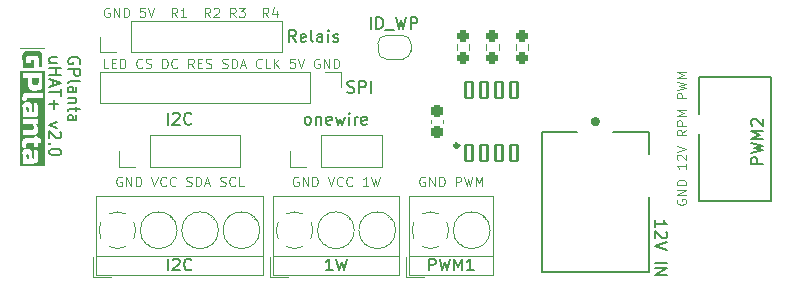
<source format=gto>
G04 #@! TF.GenerationSoftware,KiCad,Pcbnew,7.0.11-7.0.11~ubuntu22.04.1*
G04 #@! TF.CreationDate,2024-06-23T17:04:06+02:00*
G04 #@! TF.ProjectId,RaspiZeroHat_12v_v2.5c,52617370-695a-4657-926f-4861745f3132,rev?*
G04 #@! TF.SameCoordinates,Original*
G04 #@! TF.FileFunction,Legend,Top*
G04 #@! TF.FilePolarity,Positive*
%FSLAX46Y46*%
G04 Gerber Fmt 4.6, Leading zero omitted, Abs format (unit mm)*
G04 Created by KiCad (PCBNEW 7.0.11-7.0.11~ubuntu22.04.1) date 2024-06-23 17:04:06*
%MOMM*%
%LPD*%
G01*
G04 APERTURE LIST*
G04 Aperture macros list*
%AMRoundRect*
0 Rectangle with rounded corners*
0 $1 Rounding radius*
0 $2 $3 $4 $5 $6 $7 $8 $9 X,Y pos of 4 corners*
0 Add a 4 corners polygon primitive as box body*
4,1,4,$2,$3,$4,$5,$6,$7,$8,$9,$2,$3,0*
0 Add four circle primitives for the rounded corners*
1,1,$1+$1,$2,$3*
1,1,$1+$1,$4,$5*
1,1,$1+$1,$6,$7*
1,1,$1+$1,$8,$9*
0 Add four rect primitives between the rounded corners*
20,1,$1+$1,$2,$3,$4,$5,0*
20,1,$1+$1,$4,$5,$6,$7,0*
20,1,$1+$1,$6,$7,$8,$9,0*
20,1,$1+$1,$8,$9,$2,$3,0*%
%AMFreePoly0*
4,1,19,0.000000,0.744911,0.071157,0.744911,0.207708,0.704816,0.327430,0.627875,0.420627,0.520320,0.479746,0.390866,0.500000,0.250000,0.500000,-0.250000,0.479746,-0.390866,0.420627,-0.520320,0.327430,-0.627875,0.207708,-0.704816,0.071157,-0.744911,0.000000,-0.744911,0.000000,-0.750000,-0.500000,-0.750000,-0.500000,0.750000,0.000000,0.750000,0.000000,0.744911,0.000000,0.744911,
$1*%
%AMFreePoly1*
4,1,19,0.500000,-0.750000,0.000000,-0.750000,0.000000,-0.744911,-0.071157,-0.744911,-0.207708,-0.704816,-0.327430,-0.627875,-0.420627,-0.520320,-0.479746,-0.390866,-0.500000,-0.250000,-0.500000,0.250000,-0.479746,0.390866,-0.420627,0.520320,-0.327430,0.627875,-0.207708,0.704816,-0.071157,0.744911,0.000000,0.744911,0.000000,0.750000,0.500000,0.750000,0.500000,-0.750000,0.500000,-0.750000,
$1*%
G04 Aperture macros list end*
%ADD10C,0.150000*%
%ADD11C,0.120000*%
%ADD12C,0.400000*%
%ADD13C,0.127000*%
%ADD14C,0.152400*%
%ADD15C,0.330200*%
%ADD16O,1.712000X3.220000*%
%ADD17O,3.220000X1.712000*%
%ADD18RoundRect,0.237500X-0.237500X0.250000X-0.237500X-0.250000X0.237500X-0.250000X0.237500X0.250000X0*%
%ADD19C,2.300000*%
%ADD20R,2.300000X2.300000*%
%ADD21RoundRect,0.237500X-0.237500X0.300000X-0.237500X-0.300000X0.237500X-0.300000X0.237500X0.300000X0*%
%ADD22FreePoly0,180.000000*%
%ADD23FreePoly1,180.000000*%
%ADD24O,1.700000X1.700000*%
%ADD25R,1.700000X1.700000*%
%ADD26C,1.574800*%
%ADD27C,1.295400*%
%ADD28RoundRect,0.102000X0.300000X-0.700000X0.300000X0.700000X-0.300000X0.700000X-0.300000X-0.700000X0*%
G04 APERTURE END LIST*
D10*
X154045180Y-95038095D02*
X154045180Y-94466667D01*
X154045180Y-94752381D02*
X155045180Y-94752381D01*
X155045180Y-94752381D02*
X154902323Y-94657143D01*
X154902323Y-94657143D02*
X154807085Y-94561905D01*
X154807085Y-94561905D02*
X154759466Y-94466667D01*
X154949942Y-95419048D02*
X154997561Y-95466667D01*
X154997561Y-95466667D02*
X155045180Y-95561905D01*
X155045180Y-95561905D02*
X155045180Y-95800000D01*
X155045180Y-95800000D02*
X154997561Y-95895238D01*
X154997561Y-95895238D02*
X154949942Y-95942857D01*
X154949942Y-95942857D02*
X154854704Y-95990476D01*
X154854704Y-95990476D02*
X154759466Y-95990476D01*
X154759466Y-95990476D02*
X154616609Y-95942857D01*
X154616609Y-95942857D02*
X154045180Y-95371429D01*
X154045180Y-95371429D02*
X154045180Y-95990476D01*
X155045180Y-96276191D02*
X154045180Y-96609524D01*
X154045180Y-96609524D02*
X155045180Y-96942857D01*
X154045180Y-98038096D02*
X155045180Y-98038096D01*
X154045180Y-98514286D02*
X155045180Y-98514286D01*
X155045180Y-98514286D02*
X154045180Y-99085714D01*
X154045180Y-99085714D02*
X155045180Y-99085714D01*
D11*
X155901950Y-92700000D02*
X155863855Y-92776190D01*
X155863855Y-92776190D02*
X155863855Y-92890476D01*
X155863855Y-92890476D02*
X155901950Y-93004762D01*
X155901950Y-93004762D02*
X155978140Y-93080952D01*
X155978140Y-93080952D02*
X156054331Y-93119047D01*
X156054331Y-93119047D02*
X156206712Y-93157143D01*
X156206712Y-93157143D02*
X156320998Y-93157143D01*
X156320998Y-93157143D02*
X156473379Y-93119047D01*
X156473379Y-93119047D02*
X156549569Y-93080952D01*
X156549569Y-93080952D02*
X156625760Y-93004762D01*
X156625760Y-93004762D02*
X156663855Y-92890476D01*
X156663855Y-92890476D02*
X156663855Y-92814285D01*
X156663855Y-92814285D02*
X156625760Y-92700000D01*
X156625760Y-92700000D02*
X156587664Y-92661904D01*
X156587664Y-92661904D02*
X156320998Y-92661904D01*
X156320998Y-92661904D02*
X156320998Y-92814285D01*
X156663855Y-92319047D02*
X155863855Y-92319047D01*
X155863855Y-92319047D02*
X156663855Y-91861904D01*
X156663855Y-91861904D02*
X155863855Y-91861904D01*
X156663855Y-91480952D02*
X155863855Y-91480952D01*
X155863855Y-91480952D02*
X155863855Y-91290476D01*
X155863855Y-91290476D02*
X155901950Y-91176190D01*
X155901950Y-91176190D02*
X155978140Y-91100000D01*
X155978140Y-91100000D02*
X156054331Y-91061905D01*
X156054331Y-91061905D02*
X156206712Y-91023809D01*
X156206712Y-91023809D02*
X156320998Y-91023809D01*
X156320998Y-91023809D02*
X156473379Y-91061905D01*
X156473379Y-91061905D02*
X156549569Y-91100000D01*
X156549569Y-91100000D02*
X156625760Y-91176190D01*
X156625760Y-91176190D02*
X156663855Y-91290476D01*
X156663855Y-91290476D02*
X156663855Y-91480952D01*
X156663855Y-89652381D02*
X156663855Y-90109524D01*
X156663855Y-89880952D02*
X155863855Y-89880952D01*
X155863855Y-89880952D02*
X155978140Y-89957143D01*
X155978140Y-89957143D02*
X156054331Y-90033333D01*
X156054331Y-90033333D02*
X156092426Y-90109524D01*
X155940045Y-89347619D02*
X155901950Y-89309523D01*
X155901950Y-89309523D02*
X155863855Y-89233333D01*
X155863855Y-89233333D02*
X155863855Y-89042857D01*
X155863855Y-89042857D02*
X155901950Y-88966666D01*
X155901950Y-88966666D02*
X155940045Y-88928571D01*
X155940045Y-88928571D02*
X156016236Y-88890476D01*
X156016236Y-88890476D02*
X156092426Y-88890476D01*
X156092426Y-88890476D02*
X156206712Y-88928571D01*
X156206712Y-88928571D02*
X156663855Y-89385714D01*
X156663855Y-89385714D02*
X156663855Y-88890476D01*
X155863855Y-88661904D02*
X156663855Y-88395237D01*
X156663855Y-88395237D02*
X155863855Y-88128571D01*
X156663855Y-86795237D02*
X156282902Y-87061904D01*
X156663855Y-87252380D02*
X155863855Y-87252380D01*
X155863855Y-87252380D02*
X155863855Y-86947618D01*
X155863855Y-86947618D02*
X155901950Y-86871428D01*
X155901950Y-86871428D02*
X155940045Y-86833333D01*
X155940045Y-86833333D02*
X156016236Y-86795237D01*
X156016236Y-86795237D02*
X156130521Y-86795237D01*
X156130521Y-86795237D02*
X156206712Y-86833333D01*
X156206712Y-86833333D02*
X156244807Y-86871428D01*
X156244807Y-86871428D02*
X156282902Y-86947618D01*
X156282902Y-86947618D02*
X156282902Y-87252380D01*
X156663855Y-86452380D02*
X155863855Y-86452380D01*
X155863855Y-86452380D02*
X155863855Y-86147618D01*
X155863855Y-86147618D02*
X155901950Y-86071428D01*
X155901950Y-86071428D02*
X155940045Y-86033333D01*
X155940045Y-86033333D02*
X156016236Y-85995237D01*
X156016236Y-85995237D02*
X156130521Y-85995237D01*
X156130521Y-85995237D02*
X156206712Y-86033333D01*
X156206712Y-86033333D02*
X156244807Y-86071428D01*
X156244807Y-86071428D02*
X156282902Y-86147618D01*
X156282902Y-86147618D02*
X156282902Y-86452380D01*
X156663855Y-85652380D02*
X155863855Y-85652380D01*
X155863855Y-85652380D02*
X156435283Y-85385714D01*
X156435283Y-85385714D02*
X155863855Y-85119047D01*
X155863855Y-85119047D02*
X156663855Y-85119047D01*
X156663855Y-84128570D02*
X155863855Y-84128570D01*
X155863855Y-84128570D02*
X155863855Y-83823808D01*
X155863855Y-83823808D02*
X155901950Y-83747618D01*
X155901950Y-83747618D02*
X155940045Y-83709523D01*
X155940045Y-83709523D02*
X156016236Y-83671427D01*
X156016236Y-83671427D02*
X156130521Y-83671427D01*
X156130521Y-83671427D02*
X156206712Y-83709523D01*
X156206712Y-83709523D02*
X156244807Y-83747618D01*
X156244807Y-83747618D02*
X156282902Y-83823808D01*
X156282902Y-83823808D02*
X156282902Y-84128570D01*
X155863855Y-83404761D02*
X156663855Y-83214285D01*
X156663855Y-83214285D02*
X156092426Y-83061904D01*
X156092426Y-83061904D02*
X156663855Y-82909523D01*
X156663855Y-82909523D02*
X155863855Y-82719047D01*
X156663855Y-82414284D02*
X155863855Y-82414284D01*
X155863855Y-82414284D02*
X156435283Y-82147618D01*
X156435283Y-82147618D02*
X155863855Y-81880951D01*
X155863855Y-81880951D02*
X156663855Y-81880951D01*
D10*
X127976191Y-83607200D02*
X128119048Y-83654819D01*
X128119048Y-83654819D02*
X128357143Y-83654819D01*
X128357143Y-83654819D02*
X128452381Y-83607200D01*
X128452381Y-83607200D02*
X128500000Y-83559580D01*
X128500000Y-83559580D02*
X128547619Y-83464342D01*
X128547619Y-83464342D02*
X128547619Y-83369104D01*
X128547619Y-83369104D02*
X128500000Y-83273866D01*
X128500000Y-83273866D02*
X128452381Y-83226247D01*
X128452381Y-83226247D02*
X128357143Y-83178628D01*
X128357143Y-83178628D02*
X128166667Y-83131009D01*
X128166667Y-83131009D02*
X128071429Y-83083390D01*
X128071429Y-83083390D02*
X128023810Y-83035771D01*
X128023810Y-83035771D02*
X127976191Y-82940533D01*
X127976191Y-82940533D02*
X127976191Y-82845295D01*
X127976191Y-82845295D02*
X128023810Y-82750057D01*
X128023810Y-82750057D02*
X128071429Y-82702438D01*
X128071429Y-82702438D02*
X128166667Y-82654819D01*
X128166667Y-82654819D02*
X128404762Y-82654819D01*
X128404762Y-82654819D02*
X128547619Y-82702438D01*
X128976191Y-83654819D02*
X128976191Y-82654819D01*
X128976191Y-82654819D02*
X129357143Y-82654819D01*
X129357143Y-82654819D02*
X129452381Y-82702438D01*
X129452381Y-82702438D02*
X129500000Y-82750057D01*
X129500000Y-82750057D02*
X129547619Y-82845295D01*
X129547619Y-82845295D02*
X129547619Y-82988152D01*
X129547619Y-82988152D02*
X129500000Y-83083390D01*
X129500000Y-83083390D02*
X129452381Y-83131009D01*
X129452381Y-83131009D02*
X129357143Y-83178628D01*
X129357143Y-83178628D02*
X128976191Y-83178628D01*
X129976191Y-83654819D02*
X129976191Y-82654819D01*
X124547619Y-86354819D02*
X124452381Y-86307200D01*
X124452381Y-86307200D02*
X124404762Y-86259580D01*
X124404762Y-86259580D02*
X124357143Y-86164342D01*
X124357143Y-86164342D02*
X124357143Y-85878628D01*
X124357143Y-85878628D02*
X124404762Y-85783390D01*
X124404762Y-85783390D02*
X124452381Y-85735771D01*
X124452381Y-85735771D02*
X124547619Y-85688152D01*
X124547619Y-85688152D02*
X124690476Y-85688152D01*
X124690476Y-85688152D02*
X124785714Y-85735771D01*
X124785714Y-85735771D02*
X124833333Y-85783390D01*
X124833333Y-85783390D02*
X124880952Y-85878628D01*
X124880952Y-85878628D02*
X124880952Y-86164342D01*
X124880952Y-86164342D02*
X124833333Y-86259580D01*
X124833333Y-86259580D02*
X124785714Y-86307200D01*
X124785714Y-86307200D02*
X124690476Y-86354819D01*
X124690476Y-86354819D02*
X124547619Y-86354819D01*
X125309524Y-85688152D02*
X125309524Y-86354819D01*
X125309524Y-85783390D02*
X125357143Y-85735771D01*
X125357143Y-85735771D02*
X125452381Y-85688152D01*
X125452381Y-85688152D02*
X125595238Y-85688152D01*
X125595238Y-85688152D02*
X125690476Y-85735771D01*
X125690476Y-85735771D02*
X125738095Y-85831009D01*
X125738095Y-85831009D02*
X125738095Y-86354819D01*
X126595238Y-86307200D02*
X126500000Y-86354819D01*
X126500000Y-86354819D02*
X126309524Y-86354819D01*
X126309524Y-86354819D02*
X126214286Y-86307200D01*
X126214286Y-86307200D02*
X126166667Y-86211961D01*
X126166667Y-86211961D02*
X126166667Y-85831009D01*
X126166667Y-85831009D02*
X126214286Y-85735771D01*
X126214286Y-85735771D02*
X126309524Y-85688152D01*
X126309524Y-85688152D02*
X126500000Y-85688152D01*
X126500000Y-85688152D02*
X126595238Y-85735771D01*
X126595238Y-85735771D02*
X126642857Y-85831009D01*
X126642857Y-85831009D02*
X126642857Y-85926247D01*
X126642857Y-85926247D02*
X126166667Y-86021485D01*
X126976191Y-85688152D02*
X127166667Y-86354819D01*
X127166667Y-86354819D02*
X127357143Y-85878628D01*
X127357143Y-85878628D02*
X127547619Y-86354819D01*
X127547619Y-86354819D02*
X127738095Y-85688152D01*
X128119048Y-86354819D02*
X128119048Y-85688152D01*
X128119048Y-85354819D02*
X128071429Y-85402438D01*
X128071429Y-85402438D02*
X128119048Y-85450057D01*
X128119048Y-85450057D02*
X128166667Y-85402438D01*
X128166667Y-85402438D02*
X128119048Y-85354819D01*
X128119048Y-85354819D02*
X128119048Y-85450057D01*
X128595238Y-86354819D02*
X128595238Y-85688152D01*
X128595238Y-85878628D02*
X128642857Y-85783390D01*
X128642857Y-85783390D02*
X128690476Y-85735771D01*
X128690476Y-85735771D02*
X128785714Y-85688152D01*
X128785714Y-85688152D02*
X128880952Y-85688152D01*
X129595238Y-86307200D02*
X129500000Y-86354819D01*
X129500000Y-86354819D02*
X129309524Y-86354819D01*
X129309524Y-86354819D02*
X129214286Y-86307200D01*
X129214286Y-86307200D02*
X129166667Y-86211961D01*
X129166667Y-86211961D02*
X129166667Y-85831009D01*
X129166667Y-85831009D02*
X129214286Y-85735771D01*
X129214286Y-85735771D02*
X129309524Y-85688152D01*
X129309524Y-85688152D02*
X129500000Y-85688152D01*
X129500000Y-85688152D02*
X129595238Y-85735771D01*
X129595238Y-85735771D02*
X129642857Y-85831009D01*
X129642857Y-85831009D02*
X129642857Y-85926247D01*
X129642857Y-85926247D02*
X129166667Y-86021485D01*
D11*
X108854761Y-90801950D02*
X108778571Y-90763855D01*
X108778571Y-90763855D02*
X108664285Y-90763855D01*
X108664285Y-90763855D02*
X108549999Y-90801950D01*
X108549999Y-90801950D02*
X108473809Y-90878140D01*
X108473809Y-90878140D02*
X108435714Y-90954331D01*
X108435714Y-90954331D02*
X108397618Y-91106712D01*
X108397618Y-91106712D02*
X108397618Y-91220998D01*
X108397618Y-91220998D02*
X108435714Y-91373379D01*
X108435714Y-91373379D02*
X108473809Y-91449569D01*
X108473809Y-91449569D02*
X108549999Y-91525760D01*
X108549999Y-91525760D02*
X108664285Y-91563855D01*
X108664285Y-91563855D02*
X108740476Y-91563855D01*
X108740476Y-91563855D02*
X108854761Y-91525760D01*
X108854761Y-91525760D02*
X108892857Y-91487664D01*
X108892857Y-91487664D02*
X108892857Y-91220998D01*
X108892857Y-91220998D02*
X108740476Y-91220998D01*
X109235714Y-91563855D02*
X109235714Y-90763855D01*
X109235714Y-90763855D02*
X109692857Y-91563855D01*
X109692857Y-91563855D02*
X109692857Y-90763855D01*
X110073809Y-91563855D02*
X110073809Y-90763855D01*
X110073809Y-90763855D02*
X110264285Y-90763855D01*
X110264285Y-90763855D02*
X110378571Y-90801950D01*
X110378571Y-90801950D02*
X110454761Y-90878140D01*
X110454761Y-90878140D02*
X110492856Y-90954331D01*
X110492856Y-90954331D02*
X110530952Y-91106712D01*
X110530952Y-91106712D02*
X110530952Y-91220998D01*
X110530952Y-91220998D02*
X110492856Y-91373379D01*
X110492856Y-91373379D02*
X110454761Y-91449569D01*
X110454761Y-91449569D02*
X110378571Y-91525760D01*
X110378571Y-91525760D02*
X110264285Y-91563855D01*
X110264285Y-91563855D02*
X110073809Y-91563855D01*
X111369047Y-90763855D02*
X111635714Y-91563855D01*
X111635714Y-91563855D02*
X111902380Y-90763855D01*
X112626190Y-91487664D02*
X112588094Y-91525760D01*
X112588094Y-91525760D02*
X112473809Y-91563855D01*
X112473809Y-91563855D02*
X112397618Y-91563855D01*
X112397618Y-91563855D02*
X112283332Y-91525760D01*
X112283332Y-91525760D02*
X112207142Y-91449569D01*
X112207142Y-91449569D02*
X112169047Y-91373379D01*
X112169047Y-91373379D02*
X112130951Y-91220998D01*
X112130951Y-91220998D02*
X112130951Y-91106712D01*
X112130951Y-91106712D02*
X112169047Y-90954331D01*
X112169047Y-90954331D02*
X112207142Y-90878140D01*
X112207142Y-90878140D02*
X112283332Y-90801950D01*
X112283332Y-90801950D02*
X112397618Y-90763855D01*
X112397618Y-90763855D02*
X112473809Y-90763855D01*
X112473809Y-90763855D02*
X112588094Y-90801950D01*
X112588094Y-90801950D02*
X112626190Y-90840045D01*
X113426190Y-91487664D02*
X113388094Y-91525760D01*
X113388094Y-91525760D02*
X113273809Y-91563855D01*
X113273809Y-91563855D02*
X113197618Y-91563855D01*
X113197618Y-91563855D02*
X113083332Y-91525760D01*
X113083332Y-91525760D02*
X113007142Y-91449569D01*
X113007142Y-91449569D02*
X112969047Y-91373379D01*
X112969047Y-91373379D02*
X112930951Y-91220998D01*
X112930951Y-91220998D02*
X112930951Y-91106712D01*
X112930951Y-91106712D02*
X112969047Y-90954331D01*
X112969047Y-90954331D02*
X113007142Y-90878140D01*
X113007142Y-90878140D02*
X113083332Y-90801950D01*
X113083332Y-90801950D02*
X113197618Y-90763855D01*
X113197618Y-90763855D02*
X113273809Y-90763855D01*
X113273809Y-90763855D02*
X113388094Y-90801950D01*
X113388094Y-90801950D02*
X113426190Y-90840045D01*
X114340475Y-91525760D02*
X114454761Y-91563855D01*
X114454761Y-91563855D02*
X114645237Y-91563855D01*
X114645237Y-91563855D02*
X114721428Y-91525760D01*
X114721428Y-91525760D02*
X114759523Y-91487664D01*
X114759523Y-91487664D02*
X114797618Y-91411474D01*
X114797618Y-91411474D02*
X114797618Y-91335283D01*
X114797618Y-91335283D02*
X114759523Y-91259093D01*
X114759523Y-91259093D02*
X114721428Y-91220998D01*
X114721428Y-91220998D02*
X114645237Y-91182902D01*
X114645237Y-91182902D02*
X114492856Y-91144807D01*
X114492856Y-91144807D02*
X114416666Y-91106712D01*
X114416666Y-91106712D02*
X114378571Y-91068617D01*
X114378571Y-91068617D02*
X114340475Y-90992426D01*
X114340475Y-90992426D02*
X114340475Y-90916236D01*
X114340475Y-90916236D02*
X114378571Y-90840045D01*
X114378571Y-90840045D02*
X114416666Y-90801950D01*
X114416666Y-90801950D02*
X114492856Y-90763855D01*
X114492856Y-90763855D02*
X114683333Y-90763855D01*
X114683333Y-90763855D02*
X114797618Y-90801950D01*
X115140476Y-91563855D02*
X115140476Y-90763855D01*
X115140476Y-90763855D02*
X115330952Y-90763855D01*
X115330952Y-90763855D02*
X115445238Y-90801950D01*
X115445238Y-90801950D02*
X115521428Y-90878140D01*
X115521428Y-90878140D02*
X115559523Y-90954331D01*
X115559523Y-90954331D02*
X115597619Y-91106712D01*
X115597619Y-91106712D02*
X115597619Y-91220998D01*
X115597619Y-91220998D02*
X115559523Y-91373379D01*
X115559523Y-91373379D02*
X115521428Y-91449569D01*
X115521428Y-91449569D02*
X115445238Y-91525760D01*
X115445238Y-91525760D02*
X115330952Y-91563855D01*
X115330952Y-91563855D02*
X115140476Y-91563855D01*
X115902380Y-91335283D02*
X116283333Y-91335283D01*
X115826190Y-91563855D02*
X116092857Y-90763855D01*
X116092857Y-90763855D02*
X116359523Y-91563855D01*
X117197618Y-91525760D02*
X117311904Y-91563855D01*
X117311904Y-91563855D02*
X117502380Y-91563855D01*
X117502380Y-91563855D02*
X117578571Y-91525760D01*
X117578571Y-91525760D02*
X117616666Y-91487664D01*
X117616666Y-91487664D02*
X117654761Y-91411474D01*
X117654761Y-91411474D02*
X117654761Y-91335283D01*
X117654761Y-91335283D02*
X117616666Y-91259093D01*
X117616666Y-91259093D02*
X117578571Y-91220998D01*
X117578571Y-91220998D02*
X117502380Y-91182902D01*
X117502380Y-91182902D02*
X117349999Y-91144807D01*
X117349999Y-91144807D02*
X117273809Y-91106712D01*
X117273809Y-91106712D02*
X117235714Y-91068617D01*
X117235714Y-91068617D02*
X117197618Y-90992426D01*
X117197618Y-90992426D02*
X117197618Y-90916236D01*
X117197618Y-90916236D02*
X117235714Y-90840045D01*
X117235714Y-90840045D02*
X117273809Y-90801950D01*
X117273809Y-90801950D02*
X117349999Y-90763855D01*
X117349999Y-90763855D02*
X117540476Y-90763855D01*
X117540476Y-90763855D02*
X117654761Y-90801950D01*
X118454762Y-91487664D02*
X118416666Y-91525760D01*
X118416666Y-91525760D02*
X118302381Y-91563855D01*
X118302381Y-91563855D02*
X118226190Y-91563855D01*
X118226190Y-91563855D02*
X118111904Y-91525760D01*
X118111904Y-91525760D02*
X118035714Y-91449569D01*
X118035714Y-91449569D02*
X117997619Y-91373379D01*
X117997619Y-91373379D02*
X117959523Y-91220998D01*
X117959523Y-91220998D02*
X117959523Y-91106712D01*
X117959523Y-91106712D02*
X117997619Y-90954331D01*
X117997619Y-90954331D02*
X118035714Y-90878140D01*
X118035714Y-90878140D02*
X118111904Y-90801950D01*
X118111904Y-90801950D02*
X118226190Y-90763855D01*
X118226190Y-90763855D02*
X118302381Y-90763855D01*
X118302381Y-90763855D02*
X118416666Y-90801950D01*
X118416666Y-90801950D02*
X118454762Y-90840045D01*
X119178571Y-91563855D02*
X118797619Y-91563855D01*
X118797619Y-91563855D02*
X118797619Y-90763855D01*
X134521428Y-90801950D02*
X134445238Y-90763855D01*
X134445238Y-90763855D02*
X134330952Y-90763855D01*
X134330952Y-90763855D02*
X134216666Y-90801950D01*
X134216666Y-90801950D02*
X134140476Y-90878140D01*
X134140476Y-90878140D02*
X134102381Y-90954331D01*
X134102381Y-90954331D02*
X134064285Y-91106712D01*
X134064285Y-91106712D02*
X134064285Y-91220998D01*
X134064285Y-91220998D02*
X134102381Y-91373379D01*
X134102381Y-91373379D02*
X134140476Y-91449569D01*
X134140476Y-91449569D02*
X134216666Y-91525760D01*
X134216666Y-91525760D02*
X134330952Y-91563855D01*
X134330952Y-91563855D02*
X134407143Y-91563855D01*
X134407143Y-91563855D02*
X134521428Y-91525760D01*
X134521428Y-91525760D02*
X134559524Y-91487664D01*
X134559524Y-91487664D02*
X134559524Y-91220998D01*
X134559524Y-91220998D02*
X134407143Y-91220998D01*
X134902381Y-91563855D02*
X134902381Y-90763855D01*
X134902381Y-90763855D02*
X135359524Y-91563855D01*
X135359524Y-91563855D02*
X135359524Y-90763855D01*
X135740476Y-91563855D02*
X135740476Y-90763855D01*
X135740476Y-90763855D02*
X135930952Y-90763855D01*
X135930952Y-90763855D02*
X136045238Y-90801950D01*
X136045238Y-90801950D02*
X136121428Y-90878140D01*
X136121428Y-90878140D02*
X136159523Y-90954331D01*
X136159523Y-90954331D02*
X136197619Y-91106712D01*
X136197619Y-91106712D02*
X136197619Y-91220998D01*
X136197619Y-91220998D02*
X136159523Y-91373379D01*
X136159523Y-91373379D02*
X136121428Y-91449569D01*
X136121428Y-91449569D02*
X136045238Y-91525760D01*
X136045238Y-91525760D02*
X135930952Y-91563855D01*
X135930952Y-91563855D02*
X135740476Y-91563855D01*
X137150000Y-91563855D02*
X137150000Y-90763855D01*
X137150000Y-90763855D02*
X137454762Y-90763855D01*
X137454762Y-90763855D02*
X137530952Y-90801950D01*
X137530952Y-90801950D02*
X137569047Y-90840045D01*
X137569047Y-90840045D02*
X137607143Y-90916236D01*
X137607143Y-90916236D02*
X137607143Y-91030521D01*
X137607143Y-91030521D02*
X137569047Y-91106712D01*
X137569047Y-91106712D02*
X137530952Y-91144807D01*
X137530952Y-91144807D02*
X137454762Y-91182902D01*
X137454762Y-91182902D02*
X137150000Y-91182902D01*
X137873809Y-90763855D02*
X138064285Y-91563855D01*
X138064285Y-91563855D02*
X138216666Y-90992426D01*
X138216666Y-90992426D02*
X138369047Y-91563855D01*
X138369047Y-91563855D02*
X138559524Y-90763855D01*
X138864286Y-91563855D02*
X138864286Y-90763855D01*
X138864286Y-90763855D02*
X139130952Y-91335283D01*
X139130952Y-91335283D02*
X139397619Y-90763855D01*
X139397619Y-90763855D02*
X139397619Y-91563855D01*
D10*
X123623809Y-79354819D02*
X123290476Y-78878628D01*
X123052381Y-79354819D02*
X123052381Y-78354819D01*
X123052381Y-78354819D02*
X123433333Y-78354819D01*
X123433333Y-78354819D02*
X123528571Y-78402438D01*
X123528571Y-78402438D02*
X123576190Y-78450057D01*
X123576190Y-78450057D02*
X123623809Y-78545295D01*
X123623809Y-78545295D02*
X123623809Y-78688152D01*
X123623809Y-78688152D02*
X123576190Y-78783390D01*
X123576190Y-78783390D02*
X123528571Y-78831009D01*
X123528571Y-78831009D02*
X123433333Y-78878628D01*
X123433333Y-78878628D02*
X123052381Y-78878628D01*
X124433333Y-79307200D02*
X124338095Y-79354819D01*
X124338095Y-79354819D02*
X124147619Y-79354819D01*
X124147619Y-79354819D02*
X124052381Y-79307200D01*
X124052381Y-79307200D02*
X124004762Y-79211961D01*
X124004762Y-79211961D02*
X124004762Y-78831009D01*
X124004762Y-78831009D02*
X124052381Y-78735771D01*
X124052381Y-78735771D02*
X124147619Y-78688152D01*
X124147619Y-78688152D02*
X124338095Y-78688152D01*
X124338095Y-78688152D02*
X124433333Y-78735771D01*
X124433333Y-78735771D02*
X124480952Y-78831009D01*
X124480952Y-78831009D02*
X124480952Y-78926247D01*
X124480952Y-78926247D02*
X124004762Y-79021485D01*
X125052381Y-79354819D02*
X124957143Y-79307200D01*
X124957143Y-79307200D02*
X124909524Y-79211961D01*
X124909524Y-79211961D02*
X124909524Y-78354819D01*
X125861905Y-79354819D02*
X125861905Y-78831009D01*
X125861905Y-78831009D02*
X125814286Y-78735771D01*
X125814286Y-78735771D02*
X125719048Y-78688152D01*
X125719048Y-78688152D02*
X125528572Y-78688152D01*
X125528572Y-78688152D02*
X125433334Y-78735771D01*
X125861905Y-79307200D02*
X125766667Y-79354819D01*
X125766667Y-79354819D02*
X125528572Y-79354819D01*
X125528572Y-79354819D02*
X125433334Y-79307200D01*
X125433334Y-79307200D02*
X125385715Y-79211961D01*
X125385715Y-79211961D02*
X125385715Y-79116723D01*
X125385715Y-79116723D02*
X125433334Y-79021485D01*
X125433334Y-79021485D02*
X125528572Y-78973866D01*
X125528572Y-78973866D02*
X125766667Y-78973866D01*
X125766667Y-78973866D02*
X125861905Y-78926247D01*
X126338096Y-79354819D02*
X126338096Y-78688152D01*
X126338096Y-78354819D02*
X126290477Y-78402438D01*
X126290477Y-78402438D02*
X126338096Y-78450057D01*
X126338096Y-78450057D02*
X126385715Y-78402438D01*
X126385715Y-78402438D02*
X126338096Y-78354819D01*
X126338096Y-78354819D02*
X126338096Y-78450057D01*
X126766667Y-79307200D02*
X126861905Y-79354819D01*
X126861905Y-79354819D02*
X127052381Y-79354819D01*
X127052381Y-79354819D02*
X127147619Y-79307200D01*
X127147619Y-79307200D02*
X127195238Y-79211961D01*
X127195238Y-79211961D02*
X127195238Y-79164342D01*
X127195238Y-79164342D02*
X127147619Y-79069104D01*
X127147619Y-79069104D02*
X127052381Y-79021485D01*
X127052381Y-79021485D02*
X126909524Y-79021485D01*
X126909524Y-79021485D02*
X126814286Y-78973866D01*
X126814286Y-78973866D02*
X126766667Y-78878628D01*
X126766667Y-78878628D02*
X126766667Y-78831009D01*
X126766667Y-78831009D02*
X126814286Y-78735771D01*
X126814286Y-78735771D02*
X126909524Y-78688152D01*
X126909524Y-78688152D02*
X127052381Y-78688152D01*
X127052381Y-78688152D02*
X127147619Y-78735771D01*
X163154819Y-89680951D02*
X162154819Y-89680951D01*
X162154819Y-89680951D02*
X162154819Y-89299999D01*
X162154819Y-89299999D02*
X162202438Y-89204761D01*
X162202438Y-89204761D02*
X162250057Y-89157142D01*
X162250057Y-89157142D02*
X162345295Y-89109523D01*
X162345295Y-89109523D02*
X162488152Y-89109523D01*
X162488152Y-89109523D02*
X162583390Y-89157142D01*
X162583390Y-89157142D02*
X162631009Y-89204761D01*
X162631009Y-89204761D02*
X162678628Y-89299999D01*
X162678628Y-89299999D02*
X162678628Y-89680951D01*
X162154819Y-88776189D02*
X163154819Y-88538094D01*
X163154819Y-88538094D02*
X162440533Y-88347618D01*
X162440533Y-88347618D02*
X163154819Y-88157142D01*
X163154819Y-88157142D02*
X162154819Y-87919047D01*
X163154819Y-87538094D02*
X162154819Y-87538094D01*
X162154819Y-87538094D02*
X162869104Y-87204761D01*
X162869104Y-87204761D02*
X162154819Y-86871428D01*
X162154819Y-86871428D02*
X163154819Y-86871428D01*
X162250057Y-86442856D02*
X162202438Y-86395237D01*
X162202438Y-86395237D02*
X162154819Y-86299999D01*
X162154819Y-86299999D02*
X162154819Y-86061904D01*
X162154819Y-86061904D02*
X162202438Y-85966666D01*
X162202438Y-85966666D02*
X162250057Y-85919047D01*
X162250057Y-85919047D02*
X162345295Y-85871428D01*
X162345295Y-85871428D02*
X162440533Y-85871428D01*
X162440533Y-85871428D02*
X162583390Y-85919047D01*
X162583390Y-85919047D02*
X163154819Y-86490475D01*
X163154819Y-86490475D02*
X163154819Y-85871428D01*
X112773810Y-86354819D02*
X112773810Y-85354819D01*
X113202381Y-85450057D02*
X113250000Y-85402438D01*
X113250000Y-85402438D02*
X113345238Y-85354819D01*
X113345238Y-85354819D02*
X113583333Y-85354819D01*
X113583333Y-85354819D02*
X113678571Y-85402438D01*
X113678571Y-85402438D02*
X113726190Y-85450057D01*
X113726190Y-85450057D02*
X113773809Y-85545295D01*
X113773809Y-85545295D02*
X113773809Y-85640533D01*
X113773809Y-85640533D02*
X113726190Y-85783390D01*
X113726190Y-85783390D02*
X113154762Y-86354819D01*
X113154762Y-86354819D02*
X113773809Y-86354819D01*
X114773809Y-86259580D02*
X114726190Y-86307200D01*
X114726190Y-86307200D02*
X114583333Y-86354819D01*
X114583333Y-86354819D02*
X114488095Y-86354819D01*
X114488095Y-86354819D02*
X114345238Y-86307200D01*
X114345238Y-86307200D02*
X114250000Y-86211961D01*
X114250000Y-86211961D02*
X114202381Y-86116723D01*
X114202381Y-86116723D02*
X114154762Y-85926247D01*
X114154762Y-85926247D02*
X114154762Y-85783390D01*
X114154762Y-85783390D02*
X114202381Y-85592914D01*
X114202381Y-85592914D02*
X114250000Y-85497676D01*
X114250000Y-85497676D02*
X114345238Y-85402438D01*
X114345238Y-85402438D02*
X114488095Y-85354819D01*
X114488095Y-85354819D02*
X114583333Y-85354819D01*
X114583333Y-85354819D02*
X114726190Y-85402438D01*
X114726190Y-85402438D02*
X114773809Y-85450057D01*
D11*
X107738094Y-81563855D02*
X107357142Y-81563855D01*
X107357142Y-81563855D02*
X107357142Y-80763855D01*
X108004761Y-81144807D02*
X108271427Y-81144807D01*
X108385713Y-81563855D02*
X108004761Y-81563855D01*
X108004761Y-81563855D02*
X108004761Y-80763855D01*
X108004761Y-80763855D02*
X108385713Y-80763855D01*
X108728571Y-81563855D02*
X108728571Y-80763855D01*
X108728571Y-80763855D02*
X108919047Y-80763855D01*
X108919047Y-80763855D02*
X109033333Y-80801950D01*
X109033333Y-80801950D02*
X109109523Y-80878140D01*
X109109523Y-80878140D02*
X109147618Y-80954331D01*
X109147618Y-80954331D02*
X109185714Y-81106712D01*
X109185714Y-81106712D02*
X109185714Y-81220998D01*
X109185714Y-81220998D02*
X109147618Y-81373379D01*
X109147618Y-81373379D02*
X109109523Y-81449569D01*
X109109523Y-81449569D02*
X109033333Y-81525760D01*
X109033333Y-81525760D02*
X108919047Y-81563855D01*
X108919047Y-81563855D02*
X108728571Y-81563855D01*
X110595238Y-81487664D02*
X110557142Y-81525760D01*
X110557142Y-81525760D02*
X110442857Y-81563855D01*
X110442857Y-81563855D02*
X110366666Y-81563855D01*
X110366666Y-81563855D02*
X110252380Y-81525760D01*
X110252380Y-81525760D02*
X110176190Y-81449569D01*
X110176190Y-81449569D02*
X110138095Y-81373379D01*
X110138095Y-81373379D02*
X110099999Y-81220998D01*
X110099999Y-81220998D02*
X110099999Y-81106712D01*
X110099999Y-81106712D02*
X110138095Y-80954331D01*
X110138095Y-80954331D02*
X110176190Y-80878140D01*
X110176190Y-80878140D02*
X110252380Y-80801950D01*
X110252380Y-80801950D02*
X110366666Y-80763855D01*
X110366666Y-80763855D02*
X110442857Y-80763855D01*
X110442857Y-80763855D02*
X110557142Y-80801950D01*
X110557142Y-80801950D02*
X110595238Y-80840045D01*
X110899999Y-81525760D02*
X111014285Y-81563855D01*
X111014285Y-81563855D02*
X111204761Y-81563855D01*
X111204761Y-81563855D02*
X111280952Y-81525760D01*
X111280952Y-81525760D02*
X111319047Y-81487664D01*
X111319047Y-81487664D02*
X111357142Y-81411474D01*
X111357142Y-81411474D02*
X111357142Y-81335283D01*
X111357142Y-81335283D02*
X111319047Y-81259093D01*
X111319047Y-81259093D02*
X111280952Y-81220998D01*
X111280952Y-81220998D02*
X111204761Y-81182902D01*
X111204761Y-81182902D02*
X111052380Y-81144807D01*
X111052380Y-81144807D02*
X110976190Y-81106712D01*
X110976190Y-81106712D02*
X110938095Y-81068617D01*
X110938095Y-81068617D02*
X110899999Y-80992426D01*
X110899999Y-80992426D02*
X110899999Y-80916236D01*
X110899999Y-80916236D02*
X110938095Y-80840045D01*
X110938095Y-80840045D02*
X110976190Y-80801950D01*
X110976190Y-80801950D02*
X111052380Y-80763855D01*
X111052380Y-80763855D02*
X111242857Y-80763855D01*
X111242857Y-80763855D02*
X111357142Y-80801950D01*
X112309524Y-81563855D02*
X112309524Y-80763855D01*
X112309524Y-80763855D02*
X112500000Y-80763855D01*
X112500000Y-80763855D02*
X112614286Y-80801950D01*
X112614286Y-80801950D02*
X112690476Y-80878140D01*
X112690476Y-80878140D02*
X112728571Y-80954331D01*
X112728571Y-80954331D02*
X112766667Y-81106712D01*
X112766667Y-81106712D02*
X112766667Y-81220998D01*
X112766667Y-81220998D02*
X112728571Y-81373379D01*
X112728571Y-81373379D02*
X112690476Y-81449569D01*
X112690476Y-81449569D02*
X112614286Y-81525760D01*
X112614286Y-81525760D02*
X112500000Y-81563855D01*
X112500000Y-81563855D02*
X112309524Y-81563855D01*
X113566667Y-81487664D02*
X113528571Y-81525760D01*
X113528571Y-81525760D02*
X113414286Y-81563855D01*
X113414286Y-81563855D02*
X113338095Y-81563855D01*
X113338095Y-81563855D02*
X113223809Y-81525760D01*
X113223809Y-81525760D02*
X113147619Y-81449569D01*
X113147619Y-81449569D02*
X113109524Y-81373379D01*
X113109524Y-81373379D02*
X113071428Y-81220998D01*
X113071428Y-81220998D02*
X113071428Y-81106712D01*
X113071428Y-81106712D02*
X113109524Y-80954331D01*
X113109524Y-80954331D02*
X113147619Y-80878140D01*
X113147619Y-80878140D02*
X113223809Y-80801950D01*
X113223809Y-80801950D02*
X113338095Y-80763855D01*
X113338095Y-80763855D02*
X113414286Y-80763855D01*
X113414286Y-80763855D02*
X113528571Y-80801950D01*
X113528571Y-80801950D02*
X113566667Y-80840045D01*
X114976191Y-81563855D02*
X114709524Y-81182902D01*
X114519048Y-81563855D02*
X114519048Y-80763855D01*
X114519048Y-80763855D02*
X114823810Y-80763855D01*
X114823810Y-80763855D02*
X114900000Y-80801950D01*
X114900000Y-80801950D02*
X114938095Y-80840045D01*
X114938095Y-80840045D02*
X114976191Y-80916236D01*
X114976191Y-80916236D02*
X114976191Y-81030521D01*
X114976191Y-81030521D02*
X114938095Y-81106712D01*
X114938095Y-81106712D02*
X114900000Y-81144807D01*
X114900000Y-81144807D02*
X114823810Y-81182902D01*
X114823810Y-81182902D02*
X114519048Y-81182902D01*
X115319048Y-81144807D02*
X115585714Y-81144807D01*
X115700000Y-81563855D02*
X115319048Y-81563855D01*
X115319048Y-81563855D02*
X115319048Y-80763855D01*
X115319048Y-80763855D02*
X115700000Y-80763855D01*
X116004762Y-81525760D02*
X116119048Y-81563855D01*
X116119048Y-81563855D02*
X116309524Y-81563855D01*
X116309524Y-81563855D02*
X116385715Y-81525760D01*
X116385715Y-81525760D02*
X116423810Y-81487664D01*
X116423810Y-81487664D02*
X116461905Y-81411474D01*
X116461905Y-81411474D02*
X116461905Y-81335283D01*
X116461905Y-81335283D02*
X116423810Y-81259093D01*
X116423810Y-81259093D02*
X116385715Y-81220998D01*
X116385715Y-81220998D02*
X116309524Y-81182902D01*
X116309524Y-81182902D02*
X116157143Y-81144807D01*
X116157143Y-81144807D02*
X116080953Y-81106712D01*
X116080953Y-81106712D02*
X116042858Y-81068617D01*
X116042858Y-81068617D02*
X116004762Y-80992426D01*
X116004762Y-80992426D02*
X116004762Y-80916236D01*
X116004762Y-80916236D02*
X116042858Y-80840045D01*
X116042858Y-80840045D02*
X116080953Y-80801950D01*
X116080953Y-80801950D02*
X116157143Y-80763855D01*
X116157143Y-80763855D02*
X116347620Y-80763855D01*
X116347620Y-80763855D02*
X116461905Y-80801950D01*
X117376191Y-81525760D02*
X117490477Y-81563855D01*
X117490477Y-81563855D02*
X117680953Y-81563855D01*
X117680953Y-81563855D02*
X117757144Y-81525760D01*
X117757144Y-81525760D02*
X117795239Y-81487664D01*
X117795239Y-81487664D02*
X117833334Y-81411474D01*
X117833334Y-81411474D02*
X117833334Y-81335283D01*
X117833334Y-81335283D02*
X117795239Y-81259093D01*
X117795239Y-81259093D02*
X117757144Y-81220998D01*
X117757144Y-81220998D02*
X117680953Y-81182902D01*
X117680953Y-81182902D02*
X117528572Y-81144807D01*
X117528572Y-81144807D02*
X117452382Y-81106712D01*
X117452382Y-81106712D02*
X117414287Y-81068617D01*
X117414287Y-81068617D02*
X117376191Y-80992426D01*
X117376191Y-80992426D02*
X117376191Y-80916236D01*
X117376191Y-80916236D02*
X117414287Y-80840045D01*
X117414287Y-80840045D02*
X117452382Y-80801950D01*
X117452382Y-80801950D02*
X117528572Y-80763855D01*
X117528572Y-80763855D02*
X117719049Y-80763855D01*
X117719049Y-80763855D02*
X117833334Y-80801950D01*
X118176192Y-81563855D02*
X118176192Y-80763855D01*
X118176192Y-80763855D02*
X118366668Y-80763855D01*
X118366668Y-80763855D02*
X118480954Y-80801950D01*
X118480954Y-80801950D02*
X118557144Y-80878140D01*
X118557144Y-80878140D02*
X118595239Y-80954331D01*
X118595239Y-80954331D02*
X118633335Y-81106712D01*
X118633335Y-81106712D02*
X118633335Y-81220998D01*
X118633335Y-81220998D02*
X118595239Y-81373379D01*
X118595239Y-81373379D02*
X118557144Y-81449569D01*
X118557144Y-81449569D02*
X118480954Y-81525760D01*
X118480954Y-81525760D02*
X118366668Y-81563855D01*
X118366668Y-81563855D02*
X118176192Y-81563855D01*
X118938096Y-81335283D02*
X119319049Y-81335283D01*
X118861906Y-81563855D02*
X119128573Y-80763855D01*
X119128573Y-80763855D02*
X119395239Y-81563855D01*
X120728573Y-81487664D02*
X120690477Y-81525760D01*
X120690477Y-81525760D02*
X120576192Y-81563855D01*
X120576192Y-81563855D02*
X120500001Y-81563855D01*
X120500001Y-81563855D02*
X120385715Y-81525760D01*
X120385715Y-81525760D02*
X120309525Y-81449569D01*
X120309525Y-81449569D02*
X120271430Y-81373379D01*
X120271430Y-81373379D02*
X120233334Y-81220998D01*
X120233334Y-81220998D02*
X120233334Y-81106712D01*
X120233334Y-81106712D02*
X120271430Y-80954331D01*
X120271430Y-80954331D02*
X120309525Y-80878140D01*
X120309525Y-80878140D02*
X120385715Y-80801950D01*
X120385715Y-80801950D02*
X120500001Y-80763855D01*
X120500001Y-80763855D02*
X120576192Y-80763855D01*
X120576192Y-80763855D02*
X120690477Y-80801950D01*
X120690477Y-80801950D02*
X120728573Y-80840045D01*
X121452382Y-81563855D02*
X121071430Y-81563855D01*
X121071430Y-81563855D02*
X121071430Y-80763855D01*
X121719049Y-81563855D02*
X121719049Y-80763855D01*
X122176192Y-81563855D02*
X121833334Y-81106712D01*
X122176192Y-80763855D02*
X121719049Y-81220998D01*
X123509525Y-80763855D02*
X123128573Y-80763855D01*
X123128573Y-80763855D02*
X123090477Y-81144807D01*
X123090477Y-81144807D02*
X123128573Y-81106712D01*
X123128573Y-81106712D02*
X123204763Y-81068617D01*
X123204763Y-81068617D02*
X123395239Y-81068617D01*
X123395239Y-81068617D02*
X123471430Y-81106712D01*
X123471430Y-81106712D02*
X123509525Y-81144807D01*
X123509525Y-81144807D02*
X123547620Y-81220998D01*
X123547620Y-81220998D02*
X123547620Y-81411474D01*
X123547620Y-81411474D02*
X123509525Y-81487664D01*
X123509525Y-81487664D02*
X123471430Y-81525760D01*
X123471430Y-81525760D02*
X123395239Y-81563855D01*
X123395239Y-81563855D02*
X123204763Y-81563855D01*
X123204763Y-81563855D02*
X123128573Y-81525760D01*
X123128573Y-81525760D02*
X123090477Y-81487664D01*
X123776192Y-80763855D02*
X124042859Y-81563855D01*
X124042859Y-81563855D02*
X124309525Y-80763855D01*
X125604763Y-80801950D02*
X125528573Y-80763855D01*
X125528573Y-80763855D02*
X125414287Y-80763855D01*
X125414287Y-80763855D02*
X125300001Y-80801950D01*
X125300001Y-80801950D02*
X125223811Y-80878140D01*
X125223811Y-80878140D02*
X125185716Y-80954331D01*
X125185716Y-80954331D02*
X125147620Y-81106712D01*
X125147620Y-81106712D02*
X125147620Y-81220998D01*
X125147620Y-81220998D02*
X125185716Y-81373379D01*
X125185716Y-81373379D02*
X125223811Y-81449569D01*
X125223811Y-81449569D02*
X125300001Y-81525760D01*
X125300001Y-81525760D02*
X125414287Y-81563855D01*
X125414287Y-81563855D02*
X125490478Y-81563855D01*
X125490478Y-81563855D02*
X125604763Y-81525760D01*
X125604763Y-81525760D02*
X125642859Y-81487664D01*
X125642859Y-81487664D02*
X125642859Y-81220998D01*
X125642859Y-81220998D02*
X125490478Y-81220998D01*
X125985716Y-81563855D02*
X125985716Y-80763855D01*
X125985716Y-80763855D02*
X126442859Y-81563855D01*
X126442859Y-81563855D02*
X126442859Y-80763855D01*
X126823811Y-81563855D02*
X126823811Y-80763855D01*
X126823811Y-80763855D02*
X127014287Y-80763855D01*
X127014287Y-80763855D02*
X127128573Y-80801950D01*
X127128573Y-80801950D02*
X127204763Y-80878140D01*
X127204763Y-80878140D02*
X127242858Y-80954331D01*
X127242858Y-80954331D02*
X127280954Y-81106712D01*
X127280954Y-81106712D02*
X127280954Y-81220998D01*
X127280954Y-81220998D02*
X127242858Y-81373379D01*
X127242858Y-81373379D02*
X127204763Y-81449569D01*
X127204763Y-81449569D02*
X127128573Y-81525760D01*
X127128573Y-81525760D02*
X127014287Y-81563855D01*
X127014287Y-81563855D02*
X126823811Y-81563855D01*
D10*
X105302561Y-81196302D02*
X105350180Y-81101064D01*
X105350180Y-81101064D02*
X105350180Y-80958207D01*
X105350180Y-80958207D02*
X105302561Y-80815350D01*
X105302561Y-80815350D02*
X105207323Y-80720112D01*
X105207323Y-80720112D02*
X105112085Y-80672493D01*
X105112085Y-80672493D02*
X104921609Y-80624874D01*
X104921609Y-80624874D02*
X104778752Y-80624874D01*
X104778752Y-80624874D02*
X104588276Y-80672493D01*
X104588276Y-80672493D02*
X104493038Y-80720112D01*
X104493038Y-80720112D02*
X104397800Y-80815350D01*
X104397800Y-80815350D02*
X104350180Y-80958207D01*
X104350180Y-80958207D02*
X104350180Y-81053445D01*
X104350180Y-81053445D02*
X104397800Y-81196302D01*
X104397800Y-81196302D02*
X104445419Y-81243921D01*
X104445419Y-81243921D02*
X104778752Y-81243921D01*
X104778752Y-81243921D02*
X104778752Y-81053445D01*
X104350180Y-81672493D02*
X105350180Y-81672493D01*
X105350180Y-81672493D02*
X105350180Y-82053445D01*
X105350180Y-82053445D02*
X105302561Y-82148683D01*
X105302561Y-82148683D02*
X105254942Y-82196302D01*
X105254942Y-82196302D02*
X105159704Y-82243921D01*
X105159704Y-82243921D02*
X105016847Y-82243921D01*
X105016847Y-82243921D02*
X104921609Y-82196302D01*
X104921609Y-82196302D02*
X104873990Y-82148683D01*
X104873990Y-82148683D02*
X104826371Y-82053445D01*
X104826371Y-82053445D02*
X104826371Y-81672493D01*
X104350180Y-82815350D02*
X104397800Y-82720112D01*
X104397800Y-82720112D02*
X104493038Y-82672493D01*
X104493038Y-82672493D02*
X105350180Y-82672493D01*
X104350180Y-83624874D02*
X104873990Y-83624874D01*
X104873990Y-83624874D02*
X104969228Y-83577255D01*
X104969228Y-83577255D02*
X105016847Y-83482017D01*
X105016847Y-83482017D02*
X105016847Y-83291541D01*
X105016847Y-83291541D02*
X104969228Y-83196303D01*
X104397800Y-83624874D02*
X104350180Y-83529636D01*
X104350180Y-83529636D02*
X104350180Y-83291541D01*
X104350180Y-83291541D02*
X104397800Y-83196303D01*
X104397800Y-83196303D02*
X104493038Y-83148684D01*
X104493038Y-83148684D02*
X104588276Y-83148684D01*
X104588276Y-83148684D02*
X104683514Y-83196303D01*
X104683514Y-83196303D02*
X104731133Y-83291541D01*
X104731133Y-83291541D02*
X104731133Y-83529636D01*
X104731133Y-83529636D02*
X104778752Y-83624874D01*
X105016847Y-84101065D02*
X104350180Y-84101065D01*
X104921609Y-84101065D02*
X104969228Y-84148684D01*
X104969228Y-84148684D02*
X105016847Y-84243922D01*
X105016847Y-84243922D02*
X105016847Y-84386779D01*
X105016847Y-84386779D02*
X104969228Y-84482017D01*
X104969228Y-84482017D02*
X104873990Y-84529636D01*
X104873990Y-84529636D02*
X104350180Y-84529636D01*
X105016847Y-84862970D02*
X105016847Y-85243922D01*
X105350180Y-85005827D02*
X104493038Y-85005827D01*
X104493038Y-85005827D02*
X104397800Y-85053446D01*
X104397800Y-85053446D02*
X104350180Y-85148684D01*
X104350180Y-85148684D02*
X104350180Y-85243922D01*
X104350180Y-86005827D02*
X104873990Y-86005827D01*
X104873990Y-86005827D02*
X104969228Y-85958208D01*
X104969228Y-85958208D02*
X105016847Y-85862970D01*
X105016847Y-85862970D02*
X105016847Y-85672494D01*
X105016847Y-85672494D02*
X104969228Y-85577256D01*
X104397800Y-86005827D02*
X104350180Y-85910589D01*
X104350180Y-85910589D02*
X104350180Y-85672494D01*
X104350180Y-85672494D02*
X104397800Y-85577256D01*
X104397800Y-85577256D02*
X104493038Y-85529637D01*
X104493038Y-85529637D02*
X104588276Y-85529637D01*
X104588276Y-85529637D02*
X104683514Y-85577256D01*
X104683514Y-85577256D02*
X104731133Y-85672494D01*
X104731133Y-85672494D02*
X104731133Y-85910589D01*
X104731133Y-85910589D02*
X104778752Y-86005827D01*
X103406847Y-81101064D02*
X102740180Y-81101064D01*
X103406847Y-80672493D02*
X102883038Y-80672493D01*
X102883038Y-80672493D02*
X102787800Y-80720112D01*
X102787800Y-80720112D02*
X102740180Y-80815350D01*
X102740180Y-80815350D02*
X102740180Y-80958207D01*
X102740180Y-80958207D02*
X102787800Y-81053445D01*
X102787800Y-81053445D02*
X102835419Y-81101064D01*
X102740180Y-81577255D02*
X103740180Y-81577255D01*
X103263990Y-81577255D02*
X103263990Y-82148683D01*
X102740180Y-82148683D02*
X103740180Y-82148683D01*
X103025895Y-82577255D02*
X103025895Y-83053445D01*
X102740180Y-82482017D02*
X103740180Y-82815350D01*
X103740180Y-82815350D02*
X102740180Y-83148683D01*
X103740180Y-83339160D02*
X103740180Y-83910588D01*
X102740180Y-83624874D02*
X103740180Y-83624874D01*
X103121133Y-84243922D02*
X103121133Y-85005827D01*
X102740180Y-84624874D02*
X103502085Y-84624874D01*
X103406847Y-86148684D02*
X102740180Y-86386779D01*
X102740180Y-86386779D02*
X103406847Y-86624874D01*
X103644942Y-86958208D02*
X103692561Y-87005827D01*
X103692561Y-87005827D02*
X103740180Y-87101065D01*
X103740180Y-87101065D02*
X103740180Y-87339160D01*
X103740180Y-87339160D02*
X103692561Y-87434398D01*
X103692561Y-87434398D02*
X103644942Y-87482017D01*
X103644942Y-87482017D02*
X103549704Y-87529636D01*
X103549704Y-87529636D02*
X103454466Y-87529636D01*
X103454466Y-87529636D02*
X103311609Y-87482017D01*
X103311609Y-87482017D02*
X102740180Y-86910589D01*
X102740180Y-86910589D02*
X102740180Y-87529636D01*
X102835419Y-87958208D02*
X102787800Y-88005827D01*
X102787800Y-88005827D02*
X102740180Y-87958208D01*
X102740180Y-87958208D02*
X102787800Y-87910589D01*
X102787800Y-87910589D02*
X102835419Y-87958208D01*
X102835419Y-87958208D02*
X102740180Y-87958208D01*
X103740180Y-88624874D02*
X103740180Y-88720112D01*
X103740180Y-88720112D02*
X103692561Y-88815350D01*
X103692561Y-88815350D02*
X103644942Y-88862969D01*
X103644942Y-88862969D02*
X103549704Y-88910588D01*
X103549704Y-88910588D02*
X103359228Y-88958207D01*
X103359228Y-88958207D02*
X103121133Y-88958207D01*
X103121133Y-88958207D02*
X102930657Y-88910588D01*
X102930657Y-88910588D02*
X102835419Y-88862969D01*
X102835419Y-88862969D02*
X102787800Y-88815350D01*
X102787800Y-88815350D02*
X102740180Y-88720112D01*
X102740180Y-88720112D02*
X102740180Y-88624874D01*
X102740180Y-88624874D02*
X102787800Y-88529636D01*
X102787800Y-88529636D02*
X102835419Y-88482017D01*
X102835419Y-88482017D02*
X102930657Y-88434398D01*
X102930657Y-88434398D02*
X103121133Y-88386779D01*
X103121133Y-88386779D02*
X103359228Y-88386779D01*
X103359228Y-88386779D02*
X103549704Y-88434398D01*
X103549704Y-88434398D02*
X103644942Y-88482017D01*
X103644942Y-88482017D02*
X103692561Y-88529636D01*
X103692561Y-88529636D02*
X103740180Y-88624874D01*
D11*
X107804760Y-76501950D02*
X107728570Y-76463855D01*
X107728570Y-76463855D02*
X107614284Y-76463855D01*
X107614284Y-76463855D02*
X107499998Y-76501950D01*
X107499998Y-76501950D02*
X107423808Y-76578140D01*
X107423808Y-76578140D02*
X107385713Y-76654331D01*
X107385713Y-76654331D02*
X107347617Y-76806712D01*
X107347617Y-76806712D02*
X107347617Y-76920998D01*
X107347617Y-76920998D02*
X107385713Y-77073379D01*
X107385713Y-77073379D02*
X107423808Y-77149569D01*
X107423808Y-77149569D02*
X107499998Y-77225760D01*
X107499998Y-77225760D02*
X107614284Y-77263855D01*
X107614284Y-77263855D02*
X107690475Y-77263855D01*
X107690475Y-77263855D02*
X107804760Y-77225760D01*
X107804760Y-77225760D02*
X107842856Y-77187664D01*
X107842856Y-77187664D02*
X107842856Y-76920998D01*
X107842856Y-76920998D02*
X107690475Y-76920998D01*
X108185713Y-77263855D02*
X108185713Y-76463855D01*
X108185713Y-76463855D02*
X108642856Y-77263855D01*
X108642856Y-77263855D02*
X108642856Y-76463855D01*
X109023808Y-77263855D02*
X109023808Y-76463855D01*
X109023808Y-76463855D02*
X109214284Y-76463855D01*
X109214284Y-76463855D02*
X109328570Y-76501950D01*
X109328570Y-76501950D02*
X109404760Y-76578140D01*
X109404760Y-76578140D02*
X109442855Y-76654331D01*
X109442855Y-76654331D02*
X109480951Y-76806712D01*
X109480951Y-76806712D02*
X109480951Y-76920998D01*
X109480951Y-76920998D02*
X109442855Y-77073379D01*
X109442855Y-77073379D02*
X109404760Y-77149569D01*
X109404760Y-77149569D02*
X109328570Y-77225760D01*
X109328570Y-77225760D02*
X109214284Y-77263855D01*
X109214284Y-77263855D02*
X109023808Y-77263855D01*
X110814284Y-76463855D02*
X110433332Y-76463855D01*
X110433332Y-76463855D02*
X110395236Y-76844807D01*
X110395236Y-76844807D02*
X110433332Y-76806712D01*
X110433332Y-76806712D02*
X110509522Y-76768617D01*
X110509522Y-76768617D02*
X110699998Y-76768617D01*
X110699998Y-76768617D02*
X110776189Y-76806712D01*
X110776189Y-76806712D02*
X110814284Y-76844807D01*
X110814284Y-76844807D02*
X110852379Y-76920998D01*
X110852379Y-76920998D02*
X110852379Y-77111474D01*
X110852379Y-77111474D02*
X110814284Y-77187664D01*
X110814284Y-77187664D02*
X110776189Y-77225760D01*
X110776189Y-77225760D02*
X110699998Y-77263855D01*
X110699998Y-77263855D02*
X110509522Y-77263855D01*
X110509522Y-77263855D02*
X110433332Y-77225760D01*
X110433332Y-77225760D02*
X110395236Y-77187664D01*
X111080951Y-76463855D02*
X111347618Y-77263855D01*
X111347618Y-77263855D02*
X111614284Y-76463855D01*
X113557142Y-77263855D02*
X113290475Y-76882902D01*
X113099999Y-77263855D02*
X113099999Y-76463855D01*
X113099999Y-76463855D02*
X113404761Y-76463855D01*
X113404761Y-76463855D02*
X113480951Y-76501950D01*
X113480951Y-76501950D02*
X113519046Y-76540045D01*
X113519046Y-76540045D02*
X113557142Y-76616236D01*
X113557142Y-76616236D02*
X113557142Y-76730521D01*
X113557142Y-76730521D02*
X113519046Y-76806712D01*
X113519046Y-76806712D02*
X113480951Y-76844807D01*
X113480951Y-76844807D02*
X113404761Y-76882902D01*
X113404761Y-76882902D02*
X113099999Y-76882902D01*
X114319046Y-77263855D02*
X113861903Y-77263855D01*
X114090475Y-77263855D02*
X114090475Y-76463855D01*
X114090475Y-76463855D02*
X114014284Y-76578140D01*
X114014284Y-76578140D02*
X113938094Y-76654331D01*
X113938094Y-76654331D02*
X113861903Y-76692426D01*
X116338095Y-77263855D02*
X116071428Y-76882902D01*
X115880952Y-77263855D02*
X115880952Y-76463855D01*
X115880952Y-76463855D02*
X116185714Y-76463855D01*
X116185714Y-76463855D02*
X116261904Y-76501950D01*
X116261904Y-76501950D02*
X116299999Y-76540045D01*
X116299999Y-76540045D02*
X116338095Y-76616236D01*
X116338095Y-76616236D02*
X116338095Y-76730521D01*
X116338095Y-76730521D02*
X116299999Y-76806712D01*
X116299999Y-76806712D02*
X116261904Y-76844807D01*
X116261904Y-76844807D02*
X116185714Y-76882902D01*
X116185714Y-76882902D02*
X115880952Y-76882902D01*
X116642856Y-76540045D02*
X116680952Y-76501950D01*
X116680952Y-76501950D02*
X116757142Y-76463855D01*
X116757142Y-76463855D02*
X116947618Y-76463855D01*
X116947618Y-76463855D02*
X117023809Y-76501950D01*
X117023809Y-76501950D02*
X117061904Y-76540045D01*
X117061904Y-76540045D02*
X117099999Y-76616236D01*
X117099999Y-76616236D02*
X117099999Y-76692426D01*
X117099999Y-76692426D02*
X117061904Y-76806712D01*
X117061904Y-76806712D02*
X116604761Y-77263855D01*
X116604761Y-77263855D02*
X117099999Y-77263855D01*
X118509524Y-77263855D02*
X118242857Y-76882902D01*
X118052381Y-77263855D02*
X118052381Y-76463855D01*
X118052381Y-76463855D02*
X118357143Y-76463855D01*
X118357143Y-76463855D02*
X118433333Y-76501950D01*
X118433333Y-76501950D02*
X118471428Y-76540045D01*
X118471428Y-76540045D02*
X118509524Y-76616236D01*
X118509524Y-76616236D02*
X118509524Y-76730521D01*
X118509524Y-76730521D02*
X118471428Y-76806712D01*
X118471428Y-76806712D02*
X118433333Y-76844807D01*
X118433333Y-76844807D02*
X118357143Y-76882902D01*
X118357143Y-76882902D02*
X118052381Y-76882902D01*
X118776190Y-76463855D02*
X119271428Y-76463855D01*
X119271428Y-76463855D02*
X119004762Y-76768617D01*
X119004762Y-76768617D02*
X119119047Y-76768617D01*
X119119047Y-76768617D02*
X119195238Y-76806712D01*
X119195238Y-76806712D02*
X119233333Y-76844807D01*
X119233333Y-76844807D02*
X119271428Y-76920998D01*
X119271428Y-76920998D02*
X119271428Y-77111474D01*
X119271428Y-77111474D02*
X119233333Y-77187664D01*
X119233333Y-77187664D02*
X119195238Y-77225760D01*
X119195238Y-77225760D02*
X119119047Y-77263855D01*
X119119047Y-77263855D02*
X118890476Y-77263855D01*
X118890476Y-77263855D02*
X118814285Y-77225760D01*
X118814285Y-77225760D02*
X118776190Y-77187664D01*
X121290477Y-77263855D02*
X121023810Y-76882902D01*
X120833334Y-77263855D02*
X120833334Y-76463855D01*
X120833334Y-76463855D02*
X121138096Y-76463855D01*
X121138096Y-76463855D02*
X121214286Y-76501950D01*
X121214286Y-76501950D02*
X121252381Y-76540045D01*
X121252381Y-76540045D02*
X121290477Y-76616236D01*
X121290477Y-76616236D02*
X121290477Y-76730521D01*
X121290477Y-76730521D02*
X121252381Y-76806712D01*
X121252381Y-76806712D02*
X121214286Y-76844807D01*
X121214286Y-76844807D02*
X121138096Y-76882902D01*
X121138096Y-76882902D02*
X120833334Y-76882902D01*
X121976191Y-76730521D02*
X121976191Y-77263855D01*
X121785715Y-76425760D02*
X121595238Y-76997188D01*
X121595238Y-76997188D02*
X122090477Y-76997188D01*
X123799999Y-90801950D02*
X123723809Y-90763855D01*
X123723809Y-90763855D02*
X123609523Y-90763855D01*
X123609523Y-90763855D02*
X123495237Y-90801950D01*
X123495237Y-90801950D02*
X123419047Y-90878140D01*
X123419047Y-90878140D02*
X123380952Y-90954331D01*
X123380952Y-90954331D02*
X123342856Y-91106712D01*
X123342856Y-91106712D02*
X123342856Y-91220998D01*
X123342856Y-91220998D02*
X123380952Y-91373379D01*
X123380952Y-91373379D02*
X123419047Y-91449569D01*
X123419047Y-91449569D02*
X123495237Y-91525760D01*
X123495237Y-91525760D02*
X123609523Y-91563855D01*
X123609523Y-91563855D02*
X123685714Y-91563855D01*
X123685714Y-91563855D02*
X123799999Y-91525760D01*
X123799999Y-91525760D02*
X123838095Y-91487664D01*
X123838095Y-91487664D02*
X123838095Y-91220998D01*
X123838095Y-91220998D02*
X123685714Y-91220998D01*
X124180952Y-91563855D02*
X124180952Y-90763855D01*
X124180952Y-90763855D02*
X124638095Y-91563855D01*
X124638095Y-91563855D02*
X124638095Y-90763855D01*
X125019047Y-91563855D02*
X125019047Y-90763855D01*
X125019047Y-90763855D02*
X125209523Y-90763855D01*
X125209523Y-90763855D02*
X125323809Y-90801950D01*
X125323809Y-90801950D02*
X125399999Y-90878140D01*
X125399999Y-90878140D02*
X125438094Y-90954331D01*
X125438094Y-90954331D02*
X125476190Y-91106712D01*
X125476190Y-91106712D02*
X125476190Y-91220998D01*
X125476190Y-91220998D02*
X125438094Y-91373379D01*
X125438094Y-91373379D02*
X125399999Y-91449569D01*
X125399999Y-91449569D02*
X125323809Y-91525760D01*
X125323809Y-91525760D02*
X125209523Y-91563855D01*
X125209523Y-91563855D02*
X125019047Y-91563855D01*
X126314285Y-90763855D02*
X126580952Y-91563855D01*
X126580952Y-91563855D02*
X126847618Y-90763855D01*
X127571428Y-91487664D02*
X127533332Y-91525760D01*
X127533332Y-91525760D02*
X127419047Y-91563855D01*
X127419047Y-91563855D02*
X127342856Y-91563855D01*
X127342856Y-91563855D02*
X127228570Y-91525760D01*
X127228570Y-91525760D02*
X127152380Y-91449569D01*
X127152380Y-91449569D02*
X127114285Y-91373379D01*
X127114285Y-91373379D02*
X127076189Y-91220998D01*
X127076189Y-91220998D02*
X127076189Y-91106712D01*
X127076189Y-91106712D02*
X127114285Y-90954331D01*
X127114285Y-90954331D02*
X127152380Y-90878140D01*
X127152380Y-90878140D02*
X127228570Y-90801950D01*
X127228570Y-90801950D02*
X127342856Y-90763855D01*
X127342856Y-90763855D02*
X127419047Y-90763855D01*
X127419047Y-90763855D02*
X127533332Y-90801950D01*
X127533332Y-90801950D02*
X127571428Y-90840045D01*
X128371428Y-91487664D02*
X128333332Y-91525760D01*
X128333332Y-91525760D02*
X128219047Y-91563855D01*
X128219047Y-91563855D02*
X128142856Y-91563855D01*
X128142856Y-91563855D02*
X128028570Y-91525760D01*
X128028570Y-91525760D02*
X127952380Y-91449569D01*
X127952380Y-91449569D02*
X127914285Y-91373379D01*
X127914285Y-91373379D02*
X127876189Y-91220998D01*
X127876189Y-91220998D02*
X127876189Y-91106712D01*
X127876189Y-91106712D02*
X127914285Y-90954331D01*
X127914285Y-90954331D02*
X127952380Y-90878140D01*
X127952380Y-90878140D02*
X128028570Y-90801950D01*
X128028570Y-90801950D02*
X128142856Y-90763855D01*
X128142856Y-90763855D02*
X128219047Y-90763855D01*
X128219047Y-90763855D02*
X128333332Y-90801950D01*
X128333332Y-90801950D02*
X128371428Y-90840045D01*
X129742856Y-91563855D02*
X129285713Y-91563855D01*
X129514285Y-91563855D02*
X129514285Y-90763855D01*
X129514285Y-90763855D02*
X129438094Y-90878140D01*
X129438094Y-90878140D02*
X129361904Y-90954331D01*
X129361904Y-90954331D02*
X129285713Y-90992426D01*
X130009523Y-90763855D02*
X130199999Y-91563855D01*
X130199999Y-91563855D02*
X130352380Y-90992426D01*
X130352380Y-90992426D02*
X130504761Y-91563855D01*
X130504761Y-91563855D02*
X130695238Y-90763855D01*
D10*
X126714285Y-98704819D02*
X126142857Y-98704819D01*
X126428571Y-98704819D02*
X126428571Y-97704819D01*
X126428571Y-97704819D02*
X126333333Y-97847676D01*
X126333333Y-97847676D02*
X126238095Y-97942914D01*
X126238095Y-97942914D02*
X126142857Y-97990533D01*
X127047619Y-97704819D02*
X127285714Y-98704819D01*
X127285714Y-98704819D02*
X127476190Y-97990533D01*
X127476190Y-97990533D02*
X127666666Y-98704819D01*
X127666666Y-98704819D02*
X127904762Y-97704819D01*
X129947619Y-78254819D02*
X129947619Y-77254819D01*
X130423809Y-78254819D02*
X130423809Y-77254819D01*
X130423809Y-77254819D02*
X130661904Y-77254819D01*
X130661904Y-77254819D02*
X130804761Y-77302438D01*
X130804761Y-77302438D02*
X130899999Y-77397676D01*
X130899999Y-77397676D02*
X130947618Y-77492914D01*
X130947618Y-77492914D02*
X130995237Y-77683390D01*
X130995237Y-77683390D02*
X130995237Y-77826247D01*
X130995237Y-77826247D02*
X130947618Y-78016723D01*
X130947618Y-78016723D02*
X130899999Y-78111961D01*
X130899999Y-78111961D02*
X130804761Y-78207200D01*
X130804761Y-78207200D02*
X130661904Y-78254819D01*
X130661904Y-78254819D02*
X130423809Y-78254819D01*
X131185714Y-78350057D02*
X131947618Y-78350057D01*
X132090476Y-77254819D02*
X132328571Y-78254819D01*
X132328571Y-78254819D02*
X132519047Y-77540533D01*
X132519047Y-77540533D02*
X132709523Y-78254819D01*
X132709523Y-78254819D02*
X132947619Y-77254819D01*
X133328571Y-78254819D02*
X133328571Y-77254819D01*
X133328571Y-77254819D02*
X133709523Y-77254819D01*
X133709523Y-77254819D02*
X133804761Y-77302438D01*
X133804761Y-77302438D02*
X133852380Y-77350057D01*
X133852380Y-77350057D02*
X133899999Y-77445295D01*
X133899999Y-77445295D02*
X133899999Y-77588152D01*
X133899999Y-77588152D02*
X133852380Y-77683390D01*
X133852380Y-77683390D02*
X133804761Y-77731009D01*
X133804761Y-77731009D02*
X133709523Y-77778628D01*
X133709523Y-77778628D02*
X133328571Y-77778628D01*
X112773810Y-98704819D02*
X112773810Y-97704819D01*
X113202381Y-97800057D02*
X113250000Y-97752438D01*
X113250000Y-97752438D02*
X113345238Y-97704819D01*
X113345238Y-97704819D02*
X113583333Y-97704819D01*
X113583333Y-97704819D02*
X113678571Y-97752438D01*
X113678571Y-97752438D02*
X113726190Y-97800057D01*
X113726190Y-97800057D02*
X113773809Y-97895295D01*
X113773809Y-97895295D02*
X113773809Y-97990533D01*
X113773809Y-97990533D02*
X113726190Y-98133390D01*
X113726190Y-98133390D02*
X113154762Y-98704819D01*
X113154762Y-98704819D02*
X113773809Y-98704819D01*
X114773809Y-98609580D02*
X114726190Y-98657200D01*
X114726190Y-98657200D02*
X114583333Y-98704819D01*
X114583333Y-98704819D02*
X114488095Y-98704819D01*
X114488095Y-98704819D02*
X114345238Y-98657200D01*
X114345238Y-98657200D02*
X114250000Y-98561961D01*
X114250000Y-98561961D02*
X114202381Y-98466723D01*
X114202381Y-98466723D02*
X114154762Y-98276247D01*
X114154762Y-98276247D02*
X114154762Y-98133390D01*
X114154762Y-98133390D02*
X114202381Y-97942914D01*
X114202381Y-97942914D02*
X114250000Y-97847676D01*
X114250000Y-97847676D02*
X114345238Y-97752438D01*
X114345238Y-97752438D02*
X114488095Y-97704819D01*
X114488095Y-97704819D02*
X114583333Y-97704819D01*
X114583333Y-97704819D02*
X114726190Y-97752438D01*
X114726190Y-97752438D02*
X114773809Y-97800057D01*
X134869048Y-98704819D02*
X134869048Y-97704819D01*
X134869048Y-97704819D02*
X135250000Y-97704819D01*
X135250000Y-97704819D02*
X135345238Y-97752438D01*
X135345238Y-97752438D02*
X135392857Y-97800057D01*
X135392857Y-97800057D02*
X135440476Y-97895295D01*
X135440476Y-97895295D02*
X135440476Y-98038152D01*
X135440476Y-98038152D02*
X135392857Y-98133390D01*
X135392857Y-98133390D02*
X135345238Y-98181009D01*
X135345238Y-98181009D02*
X135250000Y-98228628D01*
X135250000Y-98228628D02*
X134869048Y-98228628D01*
X135773810Y-97704819D02*
X136011905Y-98704819D01*
X136011905Y-98704819D02*
X136202381Y-97990533D01*
X136202381Y-97990533D02*
X136392857Y-98704819D01*
X136392857Y-98704819D02*
X136630953Y-97704819D01*
X137011905Y-98704819D02*
X137011905Y-97704819D01*
X137011905Y-97704819D02*
X137345238Y-98419104D01*
X137345238Y-98419104D02*
X137678571Y-97704819D01*
X137678571Y-97704819D02*
X137678571Y-98704819D01*
X138678571Y-98704819D02*
X138107143Y-98704819D01*
X138392857Y-98704819D02*
X138392857Y-97704819D01*
X138392857Y-97704819D02*
X138297619Y-97847676D01*
X138297619Y-97847676D02*
X138202381Y-97942914D01*
X138202381Y-97942914D02*
X138107143Y-97990533D01*
D12*
X149175000Y-86100000D02*
G75*
G03*
X148775000Y-86100000I-200000J0D01*
G01*
X148775000Y-86100000D02*
G75*
G03*
X149175000Y-86100000I200000J0D01*
G01*
D13*
X144475000Y-98850000D02*
X144475000Y-87000000D01*
X153475000Y-98850000D02*
X144475000Y-98850000D01*
X153475000Y-92450000D02*
X153475000Y-98850000D01*
X144475000Y-87000000D02*
X147425000Y-87000000D01*
X150425000Y-87000000D02*
X153475000Y-87000000D01*
X153475000Y-87000000D02*
X153475000Y-88850000D01*
D11*
X139730600Y-79542776D02*
X139730600Y-80052224D01*
X140775600Y-79542776D02*
X140775600Y-80052224D01*
X137230600Y-79542776D02*
X137230600Y-80052224D01*
X138275600Y-79542776D02*
X138275600Y-80052224D01*
X132055000Y-95300000D02*
G75*
G03*
X128945000Y-95300000I-1555000J0D01*
G01*
X128945000Y-95300000D02*
G75*
G03*
X132055000Y-95300000I1555000J0D01*
G01*
X128555000Y-95300000D02*
G75*
G03*
X125445000Y-95300000I-1555000J0D01*
G01*
X125445000Y-95300000D02*
G75*
G03*
X128555000Y-95300000I1555000J0D01*
G01*
X124886000Y-96007000D02*
G75*
G03*
X124886645Y-94594267I-1386001J706999D01*
G01*
X123500000Y-96854999D02*
G75*
G03*
X124205955Y-96685514I-2J1555007D01*
G01*
X122793000Y-96685999D02*
G75*
G03*
X123526444Y-96855681I706999J1385994D01*
G01*
X124206999Y-93914001D02*
G75*
G03*
X122794267Y-93913356I-706999J-1385999D01*
G01*
X122114001Y-94593001D02*
G75*
G03*
X122113356Y-96005733I1385999J-706999D01*
G01*
X132310000Y-92440000D02*
X132310000Y-99060000D01*
X131680000Y-94310000D02*
X131604000Y-94386000D01*
X131490000Y-94120000D02*
X131436000Y-94174000D01*
X129565000Y-96425000D02*
X129511000Y-96480000D01*
X129397000Y-96214000D02*
X129321000Y-96290000D01*
X128180000Y-94310000D02*
X128104000Y-94386000D01*
X127990000Y-94120000D02*
X127936000Y-94174000D01*
X126065000Y-96425000D02*
X126011000Y-96480000D01*
X125897000Y-96214000D02*
X125821000Y-96290000D01*
X121690000Y-99060000D02*
X132310000Y-99060000D01*
X121690000Y-97500000D02*
X132310000Y-97500000D01*
X121690000Y-92440000D02*
X132310000Y-92440000D01*
X121690000Y-92440000D02*
X121690000Y-99060000D01*
X121450000Y-99300000D02*
X122950000Y-99300000D01*
X121450000Y-97560000D02*
X121450000Y-99300000D01*
X135043100Y-85953733D02*
X135043100Y-86246267D01*
X136063100Y-85953733D02*
X136063100Y-86246267D01*
G36*
X102329730Y-79859772D02*
G01*
X102382536Y-79859772D01*
X102382536Y-84863202D01*
X102382536Y-89866632D01*
X101300000Y-89866632D01*
X100217464Y-89866632D01*
X100217464Y-88784096D01*
X100456165Y-88784096D01*
X100475064Y-88969851D01*
X100517933Y-89105450D01*
X100550746Y-89187973D01*
X100563659Y-89234253D01*
X100557623Y-89256564D01*
X100533586Y-89267180D01*
X100530508Y-89267999D01*
X100504484Y-89282068D01*
X100489568Y-89315111D01*
X100482875Y-89378904D01*
X100481497Y-89468110D01*
X100481497Y-89655406D01*
X100984008Y-89655406D01*
X101187770Y-89654133D01*
X101346029Y-89649247D01*
X101466049Y-89639142D01*
X101555095Y-89622215D01*
X101620433Y-89596860D01*
X101669326Y-89561473D01*
X101709042Y-89514449D01*
X101724016Y-89491974D01*
X101745052Y-89455526D01*
X101759514Y-89417248D01*
X101768182Y-89367644D01*
X101771838Y-89297221D01*
X101771265Y-89196483D01*
X101767243Y-89055935D01*
X101765081Y-88993180D01*
X101759034Y-88848233D01*
X101751895Y-88719784D01*
X101744371Y-88618109D01*
X101737170Y-88553479D01*
X101733712Y-88537722D01*
X101709487Y-88510666D01*
X101655638Y-88497063D01*
X101571234Y-88493659D01*
X101425665Y-88493659D01*
X101444739Y-88824348D01*
X101451870Y-88981482D01*
X101451174Y-89093376D01*
X101441032Y-89167228D01*
X101419825Y-89210238D01*
X101385935Y-89229605D01*
X101352896Y-89232952D01*
X101332437Y-89227246D01*
X101318146Y-89204281D01*
X101308309Y-89155289D01*
X101301210Y-89071504D01*
X101295137Y-88944156D01*
X101294806Y-88935915D01*
X101280491Y-88745819D01*
X101252003Y-88601967D01*
X101205314Y-88498780D01*
X101136391Y-88430678D01*
X101041206Y-88392084D01*
X100915729Y-88377417D01*
X100891014Y-88376901D01*
X100726897Y-88389683D01*
X100604311Y-88433682D01*
X100520298Y-88511669D01*
X100471903Y-88626412D01*
X100456167Y-88780679D01*
X100456165Y-88784096D01*
X100217464Y-88784096D01*
X100217464Y-87952995D01*
X100455094Y-87952995D01*
X100457138Y-88066915D01*
X100462547Y-88170735D01*
X100470235Y-88244932D01*
X100471838Y-88253941D01*
X100483600Y-88301299D01*
X100503954Y-88325434D01*
X100547194Y-88332920D01*
X100627617Y-88330336D01*
X100636859Y-88329850D01*
X100785135Y-88322038D01*
X100798337Y-88137214D01*
X100811539Y-87952391D01*
X100891014Y-87950485D01*
X101121778Y-87944952D01*
X101432017Y-87937514D01*
X101432017Y-88083570D01*
X101432017Y-88229626D01*
X101590437Y-88229626D01*
X101748857Y-88229626D01*
X101748857Y-88084408D01*
X101748857Y-87939189D01*
X101894075Y-87939189D01*
X102039293Y-87939189D01*
X102039293Y-87742361D01*
X102039293Y-87545532D01*
X101940281Y-87528829D01*
X101841317Y-87510251D01*
X101783775Y-87492068D01*
X101756670Y-87468180D01*
X101749020Y-87432488D01*
X101748857Y-87422545D01*
X101745267Y-87386932D01*
X101726243Y-87367703D01*
X101679403Y-87359837D01*
X101592367Y-87358316D01*
X101590437Y-87358316D01*
X101502638Y-87359714D01*
X101455236Y-87367351D01*
X101435830Y-87386395D01*
X101432020Y-87422011D01*
X101432017Y-87424325D01*
X101432017Y-87490333D01*
X101095374Y-87491823D01*
X100914909Y-87495509D01*
X100778509Y-87506261D01*
X100677653Y-87526344D01*
X100603816Y-87558026D01*
X100548478Y-87603572D01*
X100515415Y-87646057D01*
X100483985Y-87701575D01*
X100465577Y-87762901D01*
X100457012Y-87846208D01*
X100455094Y-87952995D01*
X100217464Y-87952995D01*
X100217464Y-85906133D01*
X100481497Y-85906133D01*
X100481497Y-86117360D01*
X100481497Y-86328586D01*
X100928256Y-86328586D01*
X101375014Y-86328586D01*
X101388534Y-86401196D01*
X101413148Y-86530827D01*
X101427823Y-86626774D01*
X101426573Y-86694080D01*
X101403409Y-86737786D01*
X101352346Y-86762936D01*
X101267394Y-86774571D01*
X101142566Y-86777734D01*
X100971877Y-86777467D01*
X100941776Y-86777443D01*
X100481497Y-86777443D01*
X100481497Y-87003853D01*
X100481497Y-87230263D01*
X101002963Y-87221681D01*
X101207165Y-87217143D01*
X101365632Y-87209896D01*
X101485428Y-87198158D01*
X101573616Y-87180149D01*
X101590437Y-87173261D01*
X101637259Y-87154089D01*
X101683422Y-87118196D01*
X101719167Y-87070691D01*
X101738327Y-87036309D01*
X101765052Y-86944779D01*
X101773662Y-86822002D01*
X101765301Y-86685901D01*
X101741109Y-86554399D01*
X101702232Y-86445418D01*
X101700424Y-86441852D01*
X101661793Y-86364417D01*
X101647466Y-86322671D01*
X101657100Y-86305601D01*
X101690348Y-86302196D01*
X101696050Y-86302183D01*
X101723049Y-86297506D01*
X101738891Y-86276179D01*
X101746493Y-86227260D01*
X101748774Y-86139804D01*
X101748857Y-86104158D01*
X101748857Y-85906133D01*
X101115177Y-85906133D01*
X100481497Y-85906133D01*
X100217464Y-85906133D01*
X100217464Y-84863202D01*
X100217464Y-84808891D01*
X100459694Y-84808891D01*
X100468727Y-84932146D01*
X100487960Y-85052821D01*
X100515779Y-85153184D01*
X100529610Y-85184965D01*
X100562888Y-85252141D01*
X100572298Y-85286824D01*
X100558336Y-85303376D01*
X100533984Y-85312160D01*
X100506053Y-85327504D01*
X100490141Y-85359535D01*
X100483031Y-85420588D01*
X100481497Y-85513345D01*
X100481497Y-85697871D01*
X101035517Y-85689788D01*
X101589536Y-85681705D01*
X101675797Y-85595100D01*
X101762058Y-85508495D01*
X101759009Y-85089582D01*
X101757435Y-84904922D01*
X101754304Y-84766426D01*
X101747422Y-84667457D01*
X101734593Y-84601375D01*
X101713621Y-84561543D01*
X101682310Y-84541322D01*
X101638464Y-84534073D01*
X101579888Y-84533159D01*
X101574966Y-84533160D01*
X101428484Y-84533160D01*
X101436851Y-84896206D01*
X101445218Y-85259252D01*
X101375986Y-85267280D01*
X101306754Y-85275309D01*
X101295314Y-84976414D01*
X101280896Y-84786167D01*
X101251191Y-84642434D01*
X101201802Y-84540057D01*
X101128336Y-84473878D01*
X101026396Y-84438742D01*
X100891590Y-84429489D01*
X100831109Y-84431671D01*
X100685129Y-84452413D01*
X100579496Y-84498543D01*
X100506064Y-84574542D01*
X100478687Y-84625572D01*
X100462476Y-84700788D01*
X100459694Y-84808891D01*
X100217464Y-84808891D01*
X100217464Y-84131657D01*
X100452199Y-84131657D01*
X100459566Y-84235165D01*
X100471120Y-84280169D01*
X100495604Y-84305375D01*
X100551538Y-84318421D01*
X100642742Y-84321934D01*
X100798337Y-84321934D01*
X100798337Y-84234803D01*
X100807412Y-84164838D01*
X100829313Y-84116717D01*
X100830021Y-84115988D01*
X100858201Y-84105176D01*
X100891590Y-84100740D01*
X100921112Y-84096818D01*
X101022604Y-84090738D01*
X101166527Y-84086757D01*
X101356731Y-84084697D01*
X101516507Y-84084304D01*
X102171310Y-84084304D01*
X102171310Y-83873077D01*
X102171310Y-83661851D01*
X101457572Y-83661851D01*
X101221848Y-83662403D01*
X101032889Y-83664753D01*
X100884658Y-83669941D01*
X100771119Y-83679005D01*
X100686235Y-83692986D01*
X100623970Y-83712924D01*
X100578287Y-83739856D01*
X100543151Y-83774825D01*
X100512523Y-83818868D01*
X100508577Y-83825282D01*
X100478517Y-83904700D01*
X100459121Y-84014163D01*
X100452199Y-84131657D01*
X100217464Y-84131657D01*
X100217464Y-81971296D01*
X100481497Y-81971296D01*
X100481497Y-82196095D01*
X100481497Y-82420894D01*
X100719127Y-82420894D01*
X100956757Y-82420894D01*
X100957337Y-82783940D01*
X100960806Y-82974797D01*
X100972352Y-83120921D01*
X100994721Y-83230117D01*
X101030654Y-83310188D01*
X101082895Y-83368938D01*
X101154190Y-83414171D01*
X101183809Y-83428101D01*
X101247065Y-83452680D01*
X101311280Y-83467766D01*
X101390379Y-83474847D01*
X101498289Y-83475414D01*
X101600442Y-83472665D01*
X101768633Y-83462544D01*
X101893570Y-83442645D01*
X101984456Y-83409264D01*
X102050493Y-83358697D01*
X102100883Y-83287239D01*
X102111476Y-83266961D01*
X102126910Y-83229987D01*
X102138581Y-83184279D01*
X102146991Y-83122413D01*
X102152646Y-83036966D01*
X102156048Y-82920512D01*
X102157700Y-82765629D01*
X102158108Y-82579314D01*
X102158108Y-81985239D01*
X101319803Y-81978268D01*
X100481497Y-81971296D01*
X100217464Y-81971296D01*
X100217464Y-81787214D01*
X100296674Y-81787214D01*
X100481497Y-81787214D01*
X101313202Y-81787214D01*
X102171310Y-81787214D01*
X102329730Y-81787214D01*
X102329730Y-80863098D01*
X102329730Y-79938981D01*
X101313202Y-79938981D01*
X100296674Y-79938981D01*
X100296674Y-80863098D01*
X100296674Y-81787214D01*
X100217464Y-81787214D01*
X100217464Y-79859772D01*
X101300000Y-79859772D01*
X102329730Y-79859772D01*
G37*
G36*
X101533178Y-80111456D02*
G01*
X101718939Y-80117467D01*
X101862674Y-80133816D01*
X101969774Y-80165683D01*
X102045628Y-80218249D01*
X102095627Y-80296694D01*
X102125161Y-80406196D01*
X102139621Y-80551937D01*
X102144396Y-80739097D01*
X102144866Y-80922505D01*
X102144907Y-81443971D01*
X101986487Y-81443971D01*
X101828067Y-81443971D01*
X101828067Y-81023015D01*
X101828453Y-80852087D01*
X101825102Y-80724889D01*
X101811254Y-80634987D01*
X101780146Y-80575950D01*
X101725017Y-80541343D01*
X101639104Y-80524736D01*
X101515646Y-80519693D01*
X101347880Y-80519784D01*
X101299172Y-80519855D01*
X101124260Y-80521190D01*
X100995156Y-80526287D01*
X100904905Y-80536786D01*
X100846551Y-80554322D01*
X100813138Y-80580536D01*
X100797710Y-80617064D01*
X100794657Y-80638670D01*
X100792981Y-80688438D01*
X100792592Y-80775129D01*
X100793516Y-80882873D01*
X100794153Y-80922505D01*
X100798337Y-81153534D01*
X100983160Y-81153534D01*
X101167983Y-81153534D01*
X101167983Y-81008316D01*
X101167983Y-80863098D01*
X101300000Y-80863098D01*
X101432017Y-80863098D01*
X101432017Y-81219543D01*
X101432017Y-81575988D01*
X100973750Y-81575988D01*
X100515483Y-81575988D01*
X100498311Y-81391218D01*
X100490935Y-81295286D01*
X100482821Y-81162598D01*
X100474853Y-81009180D01*
X100467916Y-80851058D01*
X100466605Y-80816945D01*
X100461497Y-80661883D01*
X100460107Y-80549051D01*
X100463229Y-80467956D01*
X100471652Y-80408105D01*
X100486169Y-80359001D01*
X100504315Y-80316980D01*
X100536796Y-80254538D01*
X100572537Y-80206100D01*
X100618346Y-80169899D01*
X100681031Y-80144170D01*
X100767400Y-80127147D01*
X100884262Y-80117063D01*
X101038426Y-80112154D01*
X101236699Y-80110653D01*
X101300000Y-80110603D01*
X101533178Y-80111456D01*
G37*
G36*
X101828067Y-82656805D02*
G01*
X101825227Y-82771649D01*
X101817656Y-82873357D01*
X101806780Y-82945132D01*
X101802317Y-82960444D01*
X101786278Y-82994441D01*
X101761962Y-83014617D01*
X101717045Y-83024564D01*
X101639200Y-83027875D01*
X101569968Y-83028171D01*
X101453697Y-83023997D01*
X101370322Y-83012391D01*
X101331684Y-82996487D01*
X101314973Y-82951150D01*
X101304321Y-82856556D01*
X101300066Y-82715945D01*
X101300000Y-82692848D01*
X101300000Y-82420894D01*
X101564033Y-82420894D01*
X101828067Y-82420894D01*
X101828067Y-82656805D01*
G37*
G36*
X100921621Y-88817658D02*
G01*
X100963487Y-88845239D01*
X100967134Y-88852264D01*
X100975507Y-88899479D01*
X100981306Y-88980721D01*
X100983160Y-89065244D01*
X100982288Y-89157185D01*
X100976337Y-89207705D01*
X100960304Y-89228188D01*
X100929185Y-89230021D01*
X100911595Y-89228105D01*
X100847997Y-89201884D01*
X100821815Y-89153742D01*
X100809220Y-89083716D01*
X100802438Y-88997494D01*
X100801803Y-88913539D01*
X100807647Y-88850312D01*
X100815939Y-88828101D01*
X100862935Y-88810427D01*
X100921621Y-88817658D01*
G37*
G36*
X100921621Y-84857159D02*
G01*
X100963487Y-84884740D01*
X100967134Y-84891765D01*
X100975547Y-84939085D01*
X100981350Y-85020281D01*
X100983160Y-85102991D01*
X100982229Y-85194452D01*
X100975850Y-85245141D01*
X100958642Y-85267091D01*
X100925227Y-85272337D01*
X100907405Y-85272453D01*
X100856271Y-85265967D01*
X100830012Y-85236356D01*
X100815284Y-85173441D01*
X100802939Y-85070593D01*
X100799291Y-84974618D01*
X100804305Y-84901194D01*
X100815939Y-84867602D01*
X100862935Y-84849928D01*
X100921621Y-84857159D01*
G37*
X131253100Y-78797500D02*
G75*
G03*
X130553100Y-79497500I0J-700000D01*
G01*
X130553100Y-80097500D02*
G75*
G03*
X131253100Y-80797500I700000J0D01*
G01*
X133353100Y-79497500D02*
G75*
G03*
X132653100Y-78797500I-699999J1D01*
G01*
X132653100Y-80797500D02*
G75*
G03*
X133353100Y-80097500I1J699999D01*
G01*
X130553100Y-80097500D02*
X130553100Y-79497500D01*
X131253100Y-78797500D02*
X132653100Y-78797500D01*
X132653100Y-80797500D02*
X131253100Y-80797500D01*
X133353100Y-79497500D02*
X133353100Y-80097500D01*
X120555000Y-95300000D02*
G75*
G03*
X117445000Y-95300000I-1555000J0D01*
G01*
X117445000Y-95300000D02*
G75*
G03*
X120555000Y-95300000I1555000J0D01*
G01*
X117055000Y-95300000D02*
G75*
G03*
X113945000Y-95300000I-1555000J0D01*
G01*
X113945000Y-95300000D02*
G75*
G03*
X117055000Y-95300000I1555000J0D01*
G01*
X113555000Y-95300000D02*
G75*
G03*
X110445000Y-95300000I-1555000J0D01*
G01*
X110445000Y-95300000D02*
G75*
G03*
X113555000Y-95300000I1555000J0D01*
G01*
X109886000Y-96007000D02*
G75*
G03*
X109886645Y-94594267I-1386001J706999D01*
G01*
X108500000Y-96854999D02*
G75*
G03*
X109205955Y-96685514I-2J1555007D01*
G01*
X107793000Y-96685999D02*
G75*
G03*
X108526444Y-96855681I706999J1385994D01*
G01*
X109206999Y-93914001D02*
G75*
G03*
X107794267Y-93913356I-706999J-1385999D01*
G01*
X107114001Y-94593001D02*
G75*
G03*
X107113356Y-96005733I1385999J-706999D01*
G01*
X120810000Y-92440000D02*
X120810000Y-99060000D01*
X120180000Y-94310000D02*
X120104000Y-94386000D01*
X119990000Y-94120000D02*
X119936000Y-94174000D01*
X118065000Y-96425000D02*
X118011000Y-96480000D01*
X117897000Y-96214000D02*
X117821000Y-96290000D01*
X116680000Y-94310000D02*
X116604000Y-94386000D01*
X116490000Y-94120000D02*
X116436000Y-94174000D01*
X114565000Y-96425000D02*
X114511000Y-96480000D01*
X114397000Y-96214000D02*
X114321000Y-96290000D01*
X113180000Y-94310000D02*
X113104000Y-94386000D01*
X112990000Y-94120000D02*
X112936000Y-94174000D01*
X111065000Y-96425000D02*
X111011000Y-96480000D01*
X110897000Y-96214000D02*
X110821000Y-96290000D01*
X106690000Y-99060000D02*
X120810000Y-99060000D01*
X106690000Y-97500000D02*
X120810000Y-97500000D01*
X106690000Y-92440000D02*
X120810000Y-92440000D01*
X106690000Y-92440000D02*
X106690000Y-99060000D01*
X106450000Y-99300000D02*
X107950000Y-99300000D01*
X106450000Y-97560000D02*
X106450000Y-99300000D01*
X124850000Y-84530000D02*
X107010000Y-84530000D01*
X107010000Y-81870000D02*
X107010000Y-84530000D01*
X124850000Y-81870000D02*
X124850000Y-84530000D01*
X124850000Y-81870000D02*
X107010000Y-81870000D01*
X126120000Y-81870000D02*
X127450000Y-81870000D01*
X127450000Y-81870000D02*
X127450000Y-83200000D01*
X111220000Y-87270000D02*
X118900000Y-87270000D01*
X118900000Y-89930000D02*
X118900000Y-87270000D01*
X111220000Y-89930000D02*
X111220000Y-87270000D01*
X111220000Y-89930000D02*
X118900000Y-89930000D01*
X109950000Y-89930000D02*
X108620000Y-89930000D01*
X108620000Y-89930000D02*
X108620000Y-88600000D01*
D14*
X163881900Y-82362700D02*
X157785900Y-82362700D01*
X157785900Y-82362700D02*
X157785900Y-85485925D01*
X157785900Y-87164275D02*
X157785900Y-92827500D01*
X163881900Y-92827500D02*
X163881900Y-82362700D01*
X157785900Y-92827500D02*
X163881900Y-92827500D01*
D11*
X109640000Y-77570000D02*
X122400000Y-77570000D01*
X122400000Y-80230000D02*
X122400000Y-77570000D01*
X109640000Y-80230000D02*
X109640000Y-77570000D01*
X109640000Y-80230000D02*
X122400000Y-80230000D01*
X108370000Y-80230000D02*
X107040000Y-80230000D01*
X107040000Y-80230000D02*
X107040000Y-78900000D01*
D15*
X137397200Y-88132000D02*
G75*
G03*
X137067000Y-88132000I-165100J0D01*
G01*
X137067000Y-88132000D02*
G75*
G03*
X137397200Y-88132000I165100J0D01*
G01*
D11*
X125745000Y-87270000D02*
X130885000Y-87270000D01*
X130885000Y-89930000D02*
X130885000Y-87270000D01*
X125745000Y-89930000D02*
X125745000Y-87270000D01*
X125745000Y-89930000D02*
X130885000Y-89930000D01*
X124475000Y-89930000D02*
X123145000Y-89930000D01*
X123145000Y-89930000D02*
X123145000Y-88600000D01*
X142230600Y-79542776D02*
X142230600Y-80052224D01*
X143275600Y-79542776D02*
X143275600Y-80052224D01*
X140055000Y-95300000D02*
G75*
G03*
X136945000Y-95300000I-1555000J0D01*
G01*
X136945000Y-95300000D02*
G75*
G03*
X140055000Y-95300000I1555000J0D01*
G01*
X136386000Y-96007000D02*
G75*
G03*
X136386645Y-94594267I-1386001J706999D01*
G01*
X135000000Y-96854999D02*
G75*
G03*
X135705955Y-96685514I-2J1555007D01*
G01*
X134293000Y-96685999D02*
G75*
G03*
X135026444Y-96855681I706999J1385994D01*
G01*
X135706999Y-93914001D02*
G75*
G03*
X134294267Y-93913356I-706999J-1385999D01*
G01*
X133614001Y-94593001D02*
G75*
G03*
X133613356Y-96005733I1385999J-706999D01*
G01*
X140310000Y-92440000D02*
X140310000Y-99060000D01*
X139680000Y-94310000D02*
X139604000Y-94386000D01*
X139490000Y-94120000D02*
X139436000Y-94174000D01*
X137565000Y-96425000D02*
X137511000Y-96480000D01*
X137397000Y-96214000D02*
X137321000Y-96290000D01*
X133190000Y-99060000D02*
X140310000Y-99060000D01*
X133190000Y-97500000D02*
X140310000Y-97500000D01*
X133190000Y-92440000D02*
X140310000Y-92440000D01*
X133190000Y-92440000D02*
X133190000Y-99060000D01*
X132950000Y-99300000D02*
X134450000Y-99300000D01*
X132950000Y-97560000D02*
X132950000Y-99300000D01*
%LPC*%
D16*
X153675000Y-90700000D03*
D17*
X148975000Y-93700000D03*
X148975000Y-87700000D03*
D18*
X140253100Y-80710000D03*
X140253100Y-78885000D03*
X137753100Y-80710000D03*
X137753100Y-78885000D03*
D19*
X130500000Y-95300000D03*
X127000000Y-95300000D03*
D20*
X123500000Y-95300000D03*
D21*
X135553100Y-86962500D03*
X135553100Y-85237500D03*
D22*
X131303100Y-79797500D03*
D23*
X132603100Y-79797500D03*
D19*
X119000000Y-95300000D03*
X115500000Y-95300000D03*
X112000000Y-95300000D03*
D20*
X108500000Y-95300000D03*
D24*
X108340000Y-83200000D03*
X110880000Y-83200000D03*
X113420000Y-83200000D03*
X115960000Y-83200000D03*
X118500000Y-83200000D03*
X121040000Y-83200000D03*
X123580000Y-83200000D03*
D25*
X126120000Y-83200000D03*
D24*
X117570000Y-88600000D03*
X115030000Y-88600000D03*
X112490000Y-88600000D03*
D25*
X109950000Y-88600000D03*
D26*
X160452900Y-83785100D03*
X160452900Y-86325100D03*
X160452900Y-88865100D03*
X160452900Y-91405100D03*
D27*
X158292899Y-86325100D03*
D24*
X121070000Y-78900000D03*
X118530000Y-78900000D03*
X115990000Y-78900000D03*
X113450000Y-78900000D03*
X110910000Y-78900000D03*
D25*
X108370000Y-78900000D03*
D28*
X138248100Y-83400000D03*
X139518100Y-83400000D03*
X140788100Y-83400000D03*
X142058100Y-83400000D03*
X142058100Y-88800000D03*
X140788100Y-88800000D03*
X139518100Y-88800000D03*
X138248100Y-88800000D03*
D24*
X129555000Y-88600000D03*
X127015000Y-88600000D03*
D25*
X124475000Y-88600000D03*
D18*
X142753100Y-80710000D03*
X142753100Y-78885000D03*
D19*
X138500000Y-95300000D03*
D20*
X135000000Y-95300000D03*
D24*
X156630000Y-72165000D03*
X156630000Y-74705000D03*
X154090000Y-72165000D03*
X154090000Y-74705000D03*
X151550000Y-72165000D03*
X151550000Y-74705000D03*
X149010000Y-72165000D03*
X149010000Y-74705000D03*
X146470000Y-72165000D03*
X146470000Y-74705000D03*
X143930000Y-72165000D03*
X143930000Y-74705000D03*
X141390000Y-72165000D03*
X141390000Y-74705000D03*
X138850000Y-72165000D03*
X138850000Y-74705000D03*
X136310000Y-72165000D03*
X136310000Y-74705000D03*
X133770000Y-72165000D03*
X133770000Y-74705000D03*
X131230000Y-72165000D03*
X131230000Y-74705000D03*
X128690000Y-72165000D03*
X128690000Y-74705000D03*
X126150000Y-72165000D03*
X126150000Y-74705000D03*
X123610000Y-72165000D03*
X123610000Y-74705000D03*
X121070000Y-72165000D03*
X121070000Y-74705000D03*
X118530000Y-72165000D03*
X118530000Y-74705000D03*
X115990000Y-72165000D03*
X115990000Y-74705000D03*
X113450000Y-72165000D03*
X113450000Y-74705000D03*
X110910000Y-72165000D03*
X110910000Y-74705000D03*
X108370000Y-72165000D03*
D25*
X108370000Y-74705000D03*
%LPD*%
M02*

</source>
